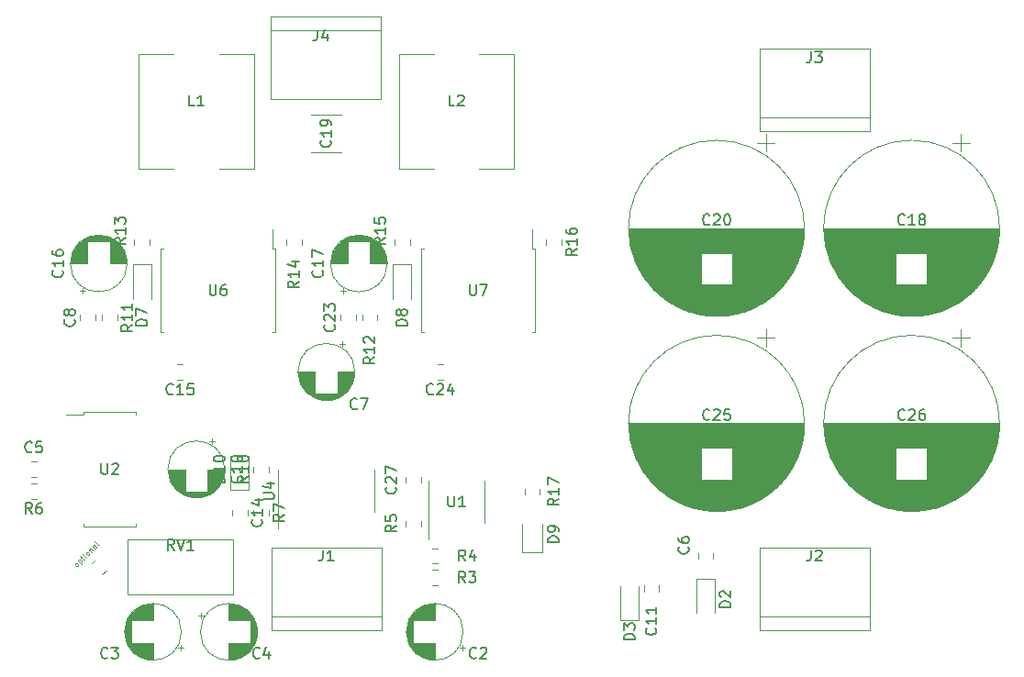
<source format=gbr>
G04 #@! TF.GenerationSoftware,KiCad,Pcbnew,(5.0.1)-3*
G04 #@! TF.CreationDate,2019-12-30T10:06:07+01:00*
G04 #@! TF.ProjectId,TL494 Class D Amp,544C34393420436C617373204420416D,rev?*
G04 #@! TF.SameCoordinates,PX4c4b400PY8f0d180*
G04 #@! TF.FileFunction,Legend,Top*
G04 #@! TF.FilePolarity,Positive*
%FSLAX46Y46*%
G04 Gerber Fmt 4.6, Leading zero omitted, Abs format (unit mm)*
G04 Created by KiCad (PCBNEW (5.0.1)-3) date 30/12/2019 10:06:07*
%MOMM*%
%LPD*%
G01*
G04 APERTURE LIST*
%ADD10C,0.120000*%
%ADD11C,0.150000*%
%ADD12C,0.100000*%
G04 APERTURE END LIST*
D10*
G04 #@! TO.C,C5*
X3258578Y17290000D02*
X2741422Y17290000D01*
X3258578Y18710000D02*
X2741422Y18710000D01*
G04 #@! TO.C,C6*
X65710000Y9741422D02*
X65710000Y10258578D01*
X64290000Y9741422D02*
X64290000Y10258578D01*
G04 #@! TO.C,C8*
X8710000Y31741422D02*
X8710000Y32258578D01*
X7290000Y31741422D02*
X7290000Y32258578D01*
G04 #@! TO.C,C14*
X22710000Y14258578D02*
X22710000Y13741422D01*
X21290000Y14258578D02*
X21290000Y13741422D01*
G04 #@! TO.C,D2*
X65850000Y7900000D02*
X64150000Y7900000D01*
X64150000Y7900000D02*
X64150000Y4750000D01*
X65850000Y7900000D02*
X65850000Y4750000D01*
G04 #@! TO.C,D3*
X57150000Y4100000D02*
X58850000Y4100000D01*
X58850000Y4100000D02*
X58850000Y7250000D01*
X57150000Y4100000D02*
X57150000Y7250000D01*
G04 #@! TO.C,D7*
X13850000Y36900000D02*
X13850000Y33750000D01*
X12150000Y36900000D02*
X12150000Y33750000D01*
X13850000Y36900000D02*
X12150000Y36900000D01*
G04 #@! TO.C,J1*
X24960000Y3190000D02*
X35120000Y3190000D01*
X24960000Y10810000D02*
X24960000Y3190000D01*
X35120000Y10810000D02*
X24960000Y10810000D01*
X35120000Y3190000D02*
X35120000Y10810000D01*
X35120000Y4460000D02*
X24960000Y4460000D01*
G04 #@! TO.C,J2*
X69960000Y3190000D02*
X80120000Y3190000D01*
X69960000Y10810000D02*
X69960000Y3190000D01*
X80120000Y10810000D02*
X69960000Y10810000D01*
X80120000Y3190000D02*
X80120000Y10810000D01*
X80120000Y4460000D02*
X69960000Y4460000D01*
G04 #@! TO.C,J3*
X80120000Y50460000D02*
X69960000Y50460000D01*
X80120000Y49190000D02*
X80120000Y56810000D01*
X80120000Y56810000D02*
X69960000Y56810000D01*
X69960000Y56810000D02*
X69960000Y49190000D01*
X69960000Y49190000D02*
X80120000Y49190000D01*
G04 #@! TO.C,J4*
X24880000Y58540000D02*
X35040000Y58540000D01*
X24880000Y59810000D02*
X24880000Y52190000D01*
X24880000Y52190000D02*
X35040000Y52190000D01*
X35040000Y52190000D02*
X35040000Y59810000D01*
X35040000Y59810000D02*
X24880000Y59810000D01*
G04 #@! TO.C,R3*
X39741422Y7290000D02*
X40258578Y7290000D01*
X39741422Y8710000D02*
X40258578Y8710000D01*
G04 #@! TO.C,R4*
X39741422Y9290000D02*
X40258578Y9290000D01*
X39741422Y10710000D02*
X40258578Y10710000D01*
G04 #@! TO.C,R5*
X38710000Y13258578D02*
X38710000Y12741422D01*
X37290000Y13258578D02*
X37290000Y12741422D01*
G04 #@! TO.C,R6*
X3258578Y15290000D02*
X2741422Y15290000D01*
X3258578Y16710000D02*
X2741422Y16710000D01*
G04 #@! TO.C,R7*
X23290000Y14258578D02*
X23290000Y13741422D01*
X24710000Y14258578D02*
X24710000Y13741422D01*
G04 #@! TO.C,R10*
X23290000Y17741422D02*
X23290000Y18258578D01*
X24710000Y17741422D02*
X24710000Y18258578D01*
G04 #@! TO.C,R11*
X9290000Y32258578D02*
X9290000Y31741422D01*
X10710000Y32258578D02*
X10710000Y31741422D01*
G04 #@! TO.C,R12*
X34710000Y32258578D02*
X34710000Y31741422D01*
X33290000Y32258578D02*
X33290000Y31741422D01*
G04 #@! TO.C,R13*
X13710000Y39258578D02*
X13710000Y38741422D01*
X12290000Y39258578D02*
X12290000Y38741422D01*
G04 #@! TO.C,R14*
X26290000Y39258578D02*
X26290000Y38741422D01*
X27710000Y39258578D02*
X27710000Y38741422D01*
G04 #@! TO.C,R15*
X36290000Y39258578D02*
X36290000Y38741422D01*
X37710000Y39258578D02*
X37710000Y38741422D01*
G04 #@! TO.C,RV1*
X21425000Y6470000D02*
X11655000Y6470000D01*
X21425000Y11540000D02*
X11655000Y11540000D01*
X21425000Y6470000D02*
X21425000Y11540000D01*
X11655000Y6470000D02*
X11655000Y11540000D01*
G04 #@! TO.C,C3*
X16620000Y3000000D02*
G75*
G03X16620000Y3000000I-2620000J0D01*
G01*
X14000000Y4040000D02*
X14000000Y5580000D01*
X14000000Y420000D02*
X14000000Y1960000D01*
X13960000Y4040000D02*
X13960000Y5580000D01*
X13960000Y420000D02*
X13960000Y1960000D01*
X13920000Y421000D02*
X13920000Y1960000D01*
X13920000Y4040000D02*
X13920000Y5579000D01*
X13880000Y422000D02*
X13880000Y1960000D01*
X13880000Y4040000D02*
X13880000Y5578000D01*
X13840000Y424000D02*
X13840000Y1960000D01*
X13840000Y4040000D02*
X13840000Y5576000D01*
X13800000Y427000D02*
X13800000Y1960000D01*
X13800000Y4040000D02*
X13800000Y5573000D01*
X13760000Y431000D02*
X13760000Y1960000D01*
X13760000Y4040000D02*
X13760000Y5569000D01*
X13720000Y435000D02*
X13720000Y1960000D01*
X13720000Y4040000D02*
X13720000Y5565000D01*
X13680000Y439000D02*
X13680000Y1960000D01*
X13680000Y4040000D02*
X13680000Y5561000D01*
X13640000Y444000D02*
X13640000Y1960000D01*
X13640000Y4040000D02*
X13640000Y5556000D01*
X13600000Y450000D02*
X13600000Y1960000D01*
X13600000Y4040000D02*
X13600000Y5550000D01*
X13560000Y457000D02*
X13560000Y1960000D01*
X13560000Y4040000D02*
X13560000Y5543000D01*
X13520000Y464000D02*
X13520000Y1960000D01*
X13520000Y4040000D02*
X13520000Y5536000D01*
X13480000Y472000D02*
X13480000Y1960000D01*
X13480000Y4040000D02*
X13480000Y5528000D01*
X13440000Y480000D02*
X13440000Y1960000D01*
X13440000Y4040000D02*
X13440000Y5520000D01*
X13400000Y489000D02*
X13400000Y1960000D01*
X13400000Y4040000D02*
X13400000Y5511000D01*
X13360000Y499000D02*
X13360000Y1960000D01*
X13360000Y4040000D02*
X13360000Y5501000D01*
X13320000Y509000D02*
X13320000Y1960000D01*
X13320000Y4040000D02*
X13320000Y5491000D01*
X13279000Y520000D02*
X13279000Y1960000D01*
X13279000Y4040000D02*
X13279000Y5480000D01*
X13239000Y532000D02*
X13239000Y1960000D01*
X13239000Y4040000D02*
X13239000Y5468000D01*
X13199000Y545000D02*
X13199000Y1960000D01*
X13199000Y4040000D02*
X13199000Y5455000D01*
X13159000Y558000D02*
X13159000Y1960000D01*
X13159000Y4040000D02*
X13159000Y5442000D01*
X13119000Y572000D02*
X13119000Y1960000D01*
X13119000Y4040000D02*
X13119000Y5428000D01*
X13079000Y586000D02*
X13079000Y1960000D01*
X13079000Y4040000D02*
X13079000Y5414000D01*
X13039000Y602000D02*
X13039000Y1960000D01*
X13039000Y4040000D02*
X13039000Y5398000D01*
X12999000Y618000D02*
X12999000Y1960000D01*
X12999000Y4040000D02*
X12999000Y5382000D01*
X12959000Y635000D02*
X12959000Y1960000D01*
X12959000Y4040000D02*
X12959000Y5365000D01*
X12919000Y652000D02*
X12919000Y1960000D01*
X12919000Y4040000D02*
X12919000Y5348000D01*
X12879000Y671000D02*
X12879000Y1960000D01*
X12879000Y4040000D02*
X12879000Y5329000D01*
X12839000Y690000D02*
X12839000Y1960000D01*
X12839000Y4040000D02*
X12839000Y5310000D01*
X12799000Y710000D02*
X12799000Y1960000D01*
X12799000Y4040000D02*
X12799000Y5290000D01*
X12759000Y732000D02*
X12759000Y1960000D01*
X12759000Y4040000D02*
X12759000Y5268000D01*
X12719000Y753000D02*
X12719000Y1960000D01*
X12719000Y4040000D02*
X12719000Y5247000D01*
X12679000Y776000D02*
X12679000Y1960000D01*
X12679000Y4040000D02*
X12679000Y5224000D01*
X12639000Y800000D02*
X12639000Y1960000D01*
X12639000Y4040000D02*
X12639000Y5200000D01*
X12599000Y825000D02*
X12599000Y1960000D01*
X12599000Y4040000D02*
X12599000Y5175000D01*
X12559000Y851000D02*
X12559000Y1960000D01*
X12559000Y4040000D02*
X12559000Y5149000D01*
X12519000Y878000D02*
X12519000Y1960000D01*
X12519000Y4040000D02*
X12519000Y5122000D01*
X12479000Y905000D02*
X12479000Y1960000D01*
X12479000Y4040000D02*
X12479000Y5095000D01*
X12439000Y935000D02*
X12439000Y1960000D01*
X12439000Y4040000D02*
X12439000Y5065000D01*
X12399000Y965000D02*
X12399000Y1960000D01*
X12399000Y4040000D02*
X12399000Y5035000D01*
X12359000Y996000D02*
X12359000Y1960000D01*
X12359000Y4040000D02*
X12359000Y5004000D01*
X12319000Y1029000D02*
X12319000Y1960000D01*
X12319000Y4040000D02*
X12319000Y4971000D01*
X12279000Y1063000D02*
X12279000Y1960000D01*
X12279000Y4040000D02*
X12279000Y4937000D01*
X12239000Y1099000D02*
X12239000Y1960000D01*
X12239000Y4040000D02*
X12239000Y4901000D01*
X12199000Y1136000D02*
X12199000Y1960000D01*
X12199000Y4040000D02*
X12199000Y4864000D01*
X12159000Y1174000D02*
X12159000Y1960000D01*
X12159000Y4040000D02*
X12159000Y4826000D01*
X12119000Y1215000D02*
X12119000Y1960000D01*
X12119000Y4040000D02*
X12119000Y4785000D01*
X12079000Y1257000D02*
X12079000Y1960000D01*
X12079000Y4040000D02*
X12079000Y4743000D01*
X12039000Y1301000D02*
X12039000Y1960000D01*
X12039000Y4040000D02*
X12039000Y4699000D01*
X11999000Y1347000D02*
X11999000Y1960000D01*
X11999000Y4040000D02*
X11999000Y4653000D01*
X11959000Y1395000D02*
X11959000Y4605000D01*
X11919000Y1446000D02*
X11919000Y4554000D01*
X11879000Y1500000D02*
X11879000Y4500000D01*
X11839000Y1557000D02*
X11839000Y4443000D01*
X11799000Y1617000D02*
X11799000Y4383000D01*
X11759000Y1681000D02*
X11759000Y4319000D01*
X11719000Y1749000D02*
X11719000Y4251000D01*
X11679000Y1822000D02*
X11679000Y4178000D01*
X11639000Y1902000D02*
X11639000Y4098000D01*
X11599000Y1989000D02*
X11599000Y4011000D01*
X11559000Y2085000D02*
X11559000Y3915000D01*
X11519000Y2195000D02*
X11519000Y3805000D01*
X11479000Y2323000D02*
X11479000Y3677000D01*
X11439000Y2482000D02*
X11439000Y3518000D01*
X11399000Y2716000D02*
X11399000Y3284000D01*
X16804775Y1525000D02*
X16304775Y1525000D01*
X16554775Y1275000D02*
X16554775Y1775000D01*
G04 #@! TO.C,C16*
X7275000Y34445225D02*
X7775000Y34445225D01*
X7525000Y34195225D02*
X7525000Y34695225D01*
X8716000Y39601000D02*
X9284000Y39601000D01*
X8482000Y39561000D02*
X9518000Y39561000D01*
X8323000Y39521000D02*
X9677000Y39521000D01*
X8195000Y39481000D02*
X9805000Y39481000D01*
X8085000Y39441000D02*
X9915000Y39441000D01*
X7989000Y39401000D02*
X10011000Y39401000D01*
X7902000Y39361000D02*
X10098000Y39361000D01*
X7822000Y39321000D02*
X10178000Y39321000D01*
X7749000Y39281000D02*
X10251000Y39281000D01*
X7681000Y39241000D02*
X10319000Y39241000D01*
X7617000Y39201000D02*
X10383000Y39201000D01*
X7557000Y39161000D02*
X10443000Y39161000D01*
X7500000Y39121000D02*
X10500000Y39121000D01*
X7446000Y39081000D02*
X10554000Y39081000D01*
X7395000Y39041000D02*
X10605000Y39041000D01*
X10040000Y39001000D02*
X10653000Y39001000D01*
X7347000Y39001000D02*
X7960000Y39001000D01*
X10040000Y38961000D02*
X10699000Y38961000D01*
X7301000Y38961000D02*
X7960000Y38961000D01*
X10040000Y38921000D02*
X10743000Y38921000D01*
X7257000Y38921000D02*
X7960000Y38921000D01*
X10040000Y38881000D02*
X10785000Y38881000D01*
X7215000Y38881000D02*
X7960000Y38881000D01*
X10040000Y38841000D02*
X10826000Y38841000D01*
X7174000Y38841000D02*
X7960000Y38841000D01*
X10040000Y38801000D02*
X10864000Y38801000D01*
X7136000Y38801000D02*
X7960000Y38801000D01*
X10040000Y38761000D02*
X10901000Y38761000D01*
X7099000Y38761000D02*
X7960000Y38761000D01*
X10040000Y38721000D02*
X10937000Y38721000D01*
X7063000Y38721000D02*
X7960000Y38721000D01*
X10040000Y38681000D02*
X10971000Y38681000D01*
X7029000Y38681000D02*
X7960000Y38681000D01*
X10040000Y38641000D02*
X11004000Y38641000D01*
X6996000Y38641000D02*
X7960000Y38641000D01*
X10040000Y38601000D02*
X11035000Y38601000D01*
X6965000Y38601000D02*
X7960000Y38601000D01*
X10040000Y38561000D02*
X11065000Y38561000D01*
X6935000Y38561000D02*
X7960000Y38561000D01*
X10040000Y38521000D02*
X11095000Y38521000D01*
X6905000Y38521000D02*
X7960000Y38521000D01*
X10040000Y38481000D02*
X11122000Y38481000D01*
X6878000Y38481000D02*
X7960000Y38481000D01*
X10040000Y38441000D02*
X11149000Y38441000D01*
X6851000Y38441000D02*
X7960000Y38441000D01*
X10040000Y38401000D02*
X11175000Y38401000D01*
X6825000Y38401000D02*
X7960000Y38401000D01*
X10040000Y38361000D02*
X11200000Y38361000D01*
X6800000Y38361000D02*
X7960000Y38361000D01*
X10040000Y38321000D02*
X11224000Y38321000D01*
X6776000Y38321000D02*
X7960000Y38321000D01*
X10040000Y38281000D02*
X11247000Y38281000D01*
X6753000Y38281000D02*
X7960000Y38281000D01*
X10040000Y38241000D02*
X11268000Y38241000D01*
X6732000Y38241000D02*
X7960000Y38241000D01*
X10040000Y38201000D02*
X11290000Y38201000D01*
X6710000Y38201000D02*
X7960000Y38201000D01*
X10040000Y38161000D02*
X11310000Y38161000D01*
X6690000Y38161000D02*
X7960000Y38161000D01*
X10040000Y38121000D02*
X11329000Y38121000D01*
X6671000Y38121000D02*
X7960000Y38121000D01*
X10040000Y38081000D02*
X11348000Y38081000D01*
X6652000Y38081000D02*
X7960000Y38081000D01*
X10040000Y38041000D02*
X11365000Y38041000D01*
X6635000Y38041000D02*
X7960000Y38041000D01*
X10040000Y38001000D02*
X11382000Y38001000D01*
X6618000Y38001000D02*
X7960000Y38001000D01*
X10040000Y37961000D02*
X11398000Y37961000D01*
X6602000Y37961000D02*
X7960000Y37961000D01*
X10040000Y37921000D02*
X11414000Y37921000D01*
X6586000Y37921000D02*
X7960000Y37921000D01*
X10040000Y37881000D02*
X11428000Y37881000D01*
X6572000Y37881000D02*
X7960000Y37881000D01*
X10040000Y37841000D02*
X11442000Y37841000D01*
X6558000Y37841000D02*
X7960000Y37841000D01*
X10040000Y37801000D02*
X11455000Y37801000D01*
X6545000Y37801000D02*
X7960000Y37801000D01*
X10040000Y37761000D02*
X11468000Y37761000D01*
X6532000Y37761000D02*
X7960000Y37761000D01*
X10040000Y37721000D02*
X11480000Y37721000D01*
X6520000Y37721000D02*
X7960000Y37721000D01*
X10040000Y37680000D02*
X11491000Y37680000D01*
X6509000Y37680000D02*
X7960000Y37680000D01*
X10040000Y37640000D02*
X11501000Y37640000D01*
X6499000Y37640000D02*
X7960000Y37640000D01*
X10040000Y37600000D02*
X11511000Y37600000D01*
X6489000Y37600000D02*
X7960000Y37600000D01*
X10040000Y37560000D02*
X11520000Y37560000D01*
X6480000Y37560000D02*
X7960000Y37560000D01*
X10040000Y37520000D02*
X11528000Y37520000D01*
X6472000Y37520000D02*
X7960000Y37520000D01*
X10040000Y37480000D02*
X11536000Y37480000D01*
X6464000Y37480000D02*
X7960000Y37480000D01*
X10040000Y37440000D02*
X11543000Y37440000D01*
X6457000Y37440000D02*
X7960000Y37440000D01*
X10040000Y37400000D02*
X11550000Y37400000D01*
X6450000Y37400000D02*
X7960000Y37400000D01*
X10040000Y37360000D02*
X11556000Y37360000D01*
X6444000Y37360000D02*
X7960000Y37360000D01*
X10040000Y37320000D02*
X11561000Y37320000D01*
X6439000Y37320000D02*
X7960000Y37320000D01*
X10040000Y37280000D02*
X11565000Y37280000D01*
X6435000Y37280000D02*
X7960000Y37280000D01*
X10040000Y37240000D02*
X11569000Y37240000D01*
X6431000Y37240000D02*
X7960000Y37240000D01*
X10040000Y37200000D02*
X11573000Y37200000D01*
X6427000Y37200000D02*
X7960000Y37200000D01*
X10040000Y37160000D02*
X11576000Y37160000D01*
X6424000Y37160000D02*
X7960000Y37160000D01*
X10040000Y37120000D02*
X11578000Y37120000D01*
X6422000Y37120000D02*
X7960000Y37120000D01*
X10040000Y37080000D02*
X11579000Y37080000D01*
X6421000Y37080000D02*
X7960000Y37080000D01*
X6420000Y37040000D02*
X7960000Y37040000D01*
X10040000Y37040000D02*
X11580000Y37040000D01*
X6420000Y37000000D02*
X7960000Y37000000D01*
X10040000Y37000000D02*
X11580000Y37000000D01*
X11620000Y37000000D02*
G75*
G03X11620000Y37000000I-2620000J0D01*
G01*
G04 #@! TO.C,D8*
X37850000Y36900000D02*
X36150000Y36900000D01*
X36150000Y36900000D02*
X36150000Y33750000D01*
X37850000Y36900000D02*
X37850000Y33750000D01*
G04 #@! TO.C,R16*
X51710000Y39258578D02*
X51710000Y38741422D01*
X50290000Y39258578D02*
X50290000Y38741422D01*
G04 #@! TO.C,C2*
X42554775Y1275000D02*
X42554775Y1775000D01*
X42804775Y1525000D02*
X42304775Y1525000D01*
X37399000Y2716000D02*
X37399000Y3284000D01*
X37439000Y2482000D02*
X37439000Y3518000D01*
X37479000Y2323000D02*
X37479000Y3677000D01*
X37519000Y2195000D02*
X37519000Y3805000D01*
X37559000Y2085000D02*
X37559000Y3915000D01*
X37599000Y1989000D02*
X37599000Y4011000D01*
X37639000Y1902000D02*
X37639000Y4098000D01*
X37679000Y1822000D02*
X37679000Y4178000D01*
X37719000Y1749000D02*
X37719000Y4251000D01*
X37759000Y1681000D02*
X37759000Y4319000D01*
X37799000Y1617000D02*
X37799000Y4383000D01*
X37839000Y1557000D02*
X37839000Y4443000D01*
X37879000Y1500000D02*
X37879000Y4500000D01*
X37919000Y1446000D02*
X37919000Y4554000D01*
X37959000Y1395000D02*
X37959000Y4605000D01*
X37999000Y4040000D02*
X37999000Y4653000D01*
X37999000Y1347000D02*
X37999000Y1960000D01*
X38039000Y4040000D02*
X38039000Y4699000D01*
X38039000Y1301000D02*
X38039000Y1960000D01*
X38079000Y4040000D02*
X38079000Y4743000D01*
X38079000Y1257000D02*
X38079000Y1960000D01*
X38119000Y4040000D02*
X38119000Y4785000D01*
X38119000Y1215000D02*
X38119000Y1960000D01*
X38159000Y4040000D02*
X38159000Y4826000D01*
X38159000Y1174000D02*
X38159000Y1960000D01*
X38199000Y4040000D02*
X38199000Y4864000D01*
X38199000Y1136000D02*
X38199000Y1960000D01*
X38239000Y4040000D02*
X38239000Y4901000D01*
X38239000Y1099000D02*
X38239000Y1960000D01*
X38279000Y4040000D02*
X38279000Y4937000D01*
X38279000Y1063000D02*
X38279000Y1960000D01*
X38319000Y4040000D02*
X38319000Y4971000D01*
X38319000Y1029000D02*
X38319000Y1960000D01*
X38359000Y4040000D02*
X38359000Y5004000D01*
X38359000Y996000D02*
X38359000Y1960000D01*
X38399000Y4040000D02*
X38399000Y5035000D01*
X38399000Y965000D02*
X38399000Y1960000D01*
X38439000Y4040000D02*
X38439000Y5065000D01*
X38439000Y935000D02*
X38439000Y1960000D01*
X38479000Y4040000D02*
X38479000Y5095000D01*
X38479000Y905000D02*
X38479000Y1960000D01*
X38519000Y4040000D02*
X38519000Y5122000D01*
X38519000Y878000D02*
X38519000Y1960000D01*
X38559000Y4040000D02*
X38559000Y5149000D01*
X38559000Y851000D02*
X38559000Y1960000D01*
X38599000Y4040000D02*
X38599000Y5175000D01*
X38599000Y825000D02*
X38599000Y1960000D01*
X38639000Y4040000D02*
X38639000Y5200000D01*
X38639000Y800000D02*
X38639000Y1960000D01*
X38679000Y4040000D02*
X38679000Y5224000D01*
X38679000Y776000D02*
X38679000Y1960000D01*
X38719000Y4040000D02*
X38719000Y5247000D01*
X38719000Y753000D02*
X38719000Y1960000D01*
X38759000Y4040000D02*
X38759000Y5268000D01*
X38759000Y732000D02*
X38759000Y1960000D01*
X38799000Y4040000D02*
X38799000Y5290000D01*
X38799000Y710000D02*
X38799000Y1960000D01*
X38839000Y4040000D02*
X38839000Y5310000D01*
X38839000Y690000D02*
X38839000Y1960000D01*
X38879000Y4040000D02*
X38879000Y5329000D01*
X38879000Y671000D02*
X38879000Y1960000D01*
X38919000Y4040000D02*
X38919000Y5348000D01*
X38919000Y652000D02*
X38919000Y1960000D01*
X38959000Y4040000D02*
X38959000Y5365000D01*
X38959000Y635000D02*
X38959000Y1960000D01*
X38999000Y4040000D02*
X38999000Y5382000D01*
X38999000Y618000D02*
X38999000Y1960000D01*
X39039000Y4040000D02*
X39039000Y5398000D01*
X39039000Y602000D02*
X39039000Y1960000D01*
X39079000Y4040000D02*
X39079000Y5414000D01*
X39079000Y586000D02*
X39079000Y1960000D01*
X39119000Y4040000D02*
X39119000Y5428000D01*
X39119000Y572000D02*
X39119000Y1960000D01*
X39159000Y4040000D02*
X39159000Y5442000D01*
X39159000Y558000D02*
X39159000Y1960000D01*
X39199000Y4040000D02*
X39199000Y5455000D01*
X39199000Y545000D02*
X39199000Y1960000D01*
X39239000Y4040000D02*
X39239000Y5468000D01*
X39239000Y532000D02*
X39239000Y1960000D01*
X39279000Y4040000D02*
X39279000Y5480000D01*
X39279000Y520000D02*
X39279000Y1960000D01*
X39320000Y4040000D02*
X39320000Y5491000D01*
X39320000Y509000D02*
X39320000Y1960000D01*
X39360000Y4040000D02*
X39360000Y5501000D01*
X39360000Y499000D02*
X39360000Y1960000D01*
X39400000Y4040000D02*
X39400000Y5511000D01*
X39400000Y489000D02*
X39400000Y1960000D01*
X39440000Y4040000D02*
X39440000Y5520000D01*
X39440000Y480000D02*
X39440000Y1960000D01*
X39480000Y4040000D02*
X39480000Y5528000D01*
X39480000Y472000D02*
X39480000Y1960000D01*
X39520000Y4040000D02*
X39520000Y5536000D01*
X39520000Y464000D02*
X39520000Y1960000D01*
X39560000Y4040000D02*
X39560000Y5543000D01*
X39560000Y457000D02*
X39560000Y1960000D01*
X39600000Y4040000D02*
X39600000Y5550000D01*
X39600000Y450000D02*
X39600000Y1960000D01*
X39640000Y4040000D02*
X39640000Y5556000D01*
X39640000Y444000D02*
X39640000Y1960000D01*
X39680000Y4040000D02*
X39680000Y5561000D01*
X39680000Y439000D02*
X39680000Y1960000D01*
X39720000Y4040000D02*
X39720000Y5565000D01*
X39720000Y435000D02*
X39720000Y1960000D01*
X39760000Y4040000D02*
X39760000Y5569000D01*
X39760000Y431000D02*
X39760000Y1960000D01*
X39800000Y4040000D02*
X39800000Y5573000D01*
X39800000Y427000D02*
X39800000Y1960000D01*
X39840000Y4040000D02*
X39840000Y5576000D01*
X39840000Y424000D02*
X39840000Y1960000D01*
X39880000Y4040000D02*
X39880000Y5578000D01*
X39880000Y422000D02*
X39880000Y1960000D01*
X39920000Y4040000D02*
X39920000Y5579000D01*
X39920000Y421000D02*
X39920000Y1960000D01*
X39960000Y420000D02*
X39960000Y1960000D01*
X39960000Y4040000D02*
X39960000Y5580000D01*
X40000000Y420000D02*
X40000000Y1960000D01*
X40000000Y4040000D02*
X40000000Y5580000D01*
X42620000Y3000000D02*
G75*
G03X42620000Y3000000I-2620000J0D01*
G01*
G04 #@! TO.C,C4*
X23620000Y3000000D02*
G75*
G03X23620000Y3000000I-2620000J0D01*
G01*
X21000000Y1960000D02*
X21000000Y420000D01*
X21000000Y5580000D02*
X21000000Y4040000D01*
X21040000Y1960000D02*
X21040000Y420000D01*
X21040000Y5580000D02*
X21040000Y4040000D01*
X21080000Y5579000D02*
X21080000Y4040000D01*
X21080000Y1960000D02*
X21080000Y421000D01*
X21120000Y5578000D02*
X21120000Y4040000D01*
X21120000Y1960000D02*
X21120000Y422000D01*
X21160000Y5576000D02*
X21160000Y4040000D01*
X21160000Y1960000D02*
X21160000Y424000D01*
X21200000Y5573000D02*
X21200000Y4040000D01*
X21200000Y1960000D02*
X21200000Y427000D01*
X21240000Y5569000D02*
X21240000Y4040000D01*
X21240000Y1960000D02*
X21240000Y431000D01*
X21280000Y5565000D02*
X21280000Y4040000D01*
X21280000Y1960000D02*
X21280000Y435000D01*
X21320000Y5561000D02*
X21320000Y4040000D01*
X21320000Y1960000D02*
X21320000Y439000D01*
X21360000Y5556000D02*
X21360000Y4040000D01*
X21360000Y1960000D02*
X21360000Y444000D01*
X21400000Y5550000D02*
X21400000Y4040000D01*
X21400000Y1960000D02*
X21400000Y450000D01*
X21440000Y5543000D02*
X21440000Y4040000D01*
X21440000Y1960000D02*
X21440000Y457000D01*
X21480000Y5536000D02*
X21480000Y4040000D01*
X21480000Y1960000D02*
X21480000Y464000D01*
X21520000Y5528000D02*
X21520000Y4040000D01*
X21520000Y1960000D02*
X21520000Y472000D01*
X21560000Y5520000D02*
X21560000Y4040000D01*
X21560000Y1960000D02*
X21560000Y480000D01*
X21600000Y5511000D02*
X21600000Y4040000D01*
X21600000Y1960000D02*
X21600000Y489000D01*
X21640000Y5501000D02*
X21640000Y4040000D01*
X21640000Y1960000D02*
X21640000Y499000D01*
X21680000Y5491000D02*
X21680000Y4040000D01*
X21680000Y1960000D02*
X21680000Y509000D01*
X21721000Y5480000D02*
X21721000Y4040000D01*
X21721000Y1960000D02*
X21721000Y520000D01*
X21761000Y5468000D02*
X21761000Y4040000D01*
X21761000Y1960000D02*
X21761000Y532000D01*
X21801000Y5455000D02*
X21801000Y4040000D01*
X21801000Y1960000D02*
X21801000Y545000D01*
X21841000Y5442000D02*
X21841000Y4040000D01*
X21841000Y1960000D02*
X21841000Y558000D01*
X21881000Y5428000D02*
X21881000Y4040000D01*
X21881000Y1960000D02*
X21881000Y572000D01*
X21921000Y5414000D02*
X21921000Y4040000D01*
X21921000Y1960000D02*
X21921000Y586000D01*
X21961000Y5398000D02*
X21961000Y4040000D01*
X21961000Y1960000D02*
X21961000Y602000D01*
X22001000Y5382000D02*
X22001000Y4040000D01*
X22001000Y1960000D02*
X22001000Y618000D01*
X22041000Y5365000D02*
X22041000Y4040000D01*
X22041000Y1960000D02*
X22041000Y635000D01*
X22081000Y5348000D02*
X22081000Y4040000D01*
X22081000Y1960000D02*
X22081000Y652000D01*
X22121000Y5329000D02*
X22121000Y4040000D01*
X22121000Y1960000D02*
X22121000Y671000D01*
X22161000Y5310000D02*
X22161000Y4040000D01*
X22161000Y1960000D02*
X22161000Y690000D01*
X22201000Y5290000D02*
X22201000Y4040000D01*
X22201000Y1960000D02*
X22201000Y710000D01*
X22241000Y5268000D02*
X22241000Y4040000D01*
X22241000Y1960000D02*
X22241000Y732000D01*
X22281000Y5247000D02*
X22281000Y4040000D01*
X22281000Y1960000D02*
X22281000Y753000D01*
X22321000Y5224000D02*
X22321000Y4040000D01*
X22321000Y1960000D02*
X22321000Y776000D01*
X22361000Y5200000D02*
X22361000Y4040000D01*
X22361000Y1960000D02*
X22361000Y800000D01*
X22401000Y5175000D02*
X22401000Y4040000D01*
X22401000Y1960000D02*
X22401000Y825000D01*
X22441000Y5149000D02*
X22441000Y4040000D01*
X22441000Y1960000D02*
X22441000Y851000D01*
X22481000Y5122000D02*
X22481000Y4040000D01*
X22481000Y1960000D02*
X22481000Y878000D01*
X22521000Y5095000D02*
X22521000Y4040000D01*
X22521000Y1960000D02*
X22521000Y905000D01*
X22561000Y5065000D02*
X22561000Y4040000D01*
X22561000Y1960000D02*
X22561000Y935000D01*
X22601000Y5035000D02*
X22601000Y4040000D01*
X22601000Y1960000D02*
X22601000Y965000D01*
X22641000Y5004000D02*
X22641000Y4040000D01*
X22641000Y1960000D02*
X22641000Y996000D01*
X22681000Y4971000D02*
X22681000Y4040000D01*
X22681000Y1960000D02*
X22681000Y1029000D01*
X22721000Y4937000D02*
X22721000Y4040000D01*
X22721000Y1960000D02*
X22721000Y1063000D01*
X22761000Y4901000D02*
X22761000Y4040000D01*
X22761000Y1960000D02*
X22761000Y1099000D01*
X22801000Y4864000D02*
X22801000Y4040000D01*
X22801000Y1960000D02*
X22801000Y1136000D01*
X22841000Y4826000D02*
X22841000Y4040000D01*
X22841000Y1960000D02*
X22841000Y1174000D01*
X22881000Y4785000D02*
X22881000Y4040000D01*
X22881000Y1960000D02*
X22881000Y1215000D01*
X22921000Y4743000D02*
X22921000Y4040000D01*
X22921000Y1960000D02*
X22921000Y1257000D01*
X22961000Y4699000D02*
X22961000Y4040000D01*
X22961000Y1960000D02*
X22961000Y1301000D01*
X23001000Y4653000D02*
X23001000Y4040000D01*
X23001000Y1960000D02*
X23001000Y1347000D01*
X23041000Y4605000D02*
X23041000Y1395000D01*
X23081000Y4554000D02*
X23081000Y1446000D01*
X23121000Y4500000D02*
X23121000Y1500000D01*
X23161000Y4443000D02*
X23161000Y1557000D01*
X23201000Y4383000D02*
X23201000Y1617000D01*
X23241000Y4319000D02*
X23241000Y1681000D01*
X23281000Y4251000D02*
X23281000Y1749000D01*
X23321000Y4178000D02*
X23321000Y1822000D01*
X23361000Y4098000D02*
X23361000Y1902000D01*
X23401000Y4011000D02*
X23401000Y1989000D01*
X23441000Y3915000D02*
X23441000Y2085000D01*
X23481000Y3805000D02*
X23481000Y2195000D01*
X23521000Y3677000D02*
X23521000Y2323000D01*
X23561000Y3518000D02*
X23561000Y2482000D01*
X23601000Y3284000D02*
X23601000Y2716000D01*
X18195225Y4475000D02*
X18695225Y4475000D01*
X18445225Y4725000D02*
X18445225Y4225000D01*
G04 #@! TO.C,C7*
X32620000Y27000000D02*
G75*
G03X32620000Y27000000I-2620000J0D01*
G01*
X28960000Y27000000D02*
X27420000Y27000000D01*
X32580000Y27000000D02*
X31040000Y27000000D01*
X28960000Y26960000D02*
X27420000Y26960000D01*
X32580000Y26960000D02*
X31040000Y26960000D01*
X32579000Y26920000D02*
X31040000Y26920000D01*
X28960000Y26920000D02*
X27421000Y26920000D01*
X32578000Y26880000D02*
X31040000Y26880000D01*
X28960000Y26880000D02*
X27422000Y26880000D01*
X32576000Y26840000D02*
X31040000Y26840000D01*
X28960000Y26840000D02*
X27424000Y26840000D01*
X32573000Y26800000D02*
X31040000Y26800000D01*
X28960000Y26800000D02*
X27427000Y26800000D01*
X32569000Y26760000D02*
X31040000Y26760000D01*
X28960000Y26760000D02*
X27431000Y26760000D01*
X32565000Y26720000D02*
X31040000Y26720000D01*
X28960000Y26720000D02*
X27435000Y26720000D01*
X32561000Y26680000D02*
X31040000Y26680000D01*
X28960000Y26680000D02*
X27439000Y26680000D01*
X32556000Y26640000D02*
X31040000Y26640000D01*
X28960000Y26640000D02*
X27444000Y26640000D01*
X32550000Y26600000D02*
X31040000Y26600000D01*
X28960000Y26600000D02*
X27450000Y26600000D01*
X32543000Y26560000D02*
X31040000Y26560000D01*
X28960000Y26560000D02*
X27457000Y26560000D01*
X32536000Y26520000D02*
X31040000Y26520000D01*
X28960000Y26520000D02*
X27464000Y26520000D01*
X32528000Y26480000D02*
X31040000Y26480000D01*
X28960000Y26480000D02*
X27472000Y26480000D01*
X32520000Y26440000D02*
X31040000Y26440000D01*
X28960000Y26440000D02*
X27480000Y26440000D01*
X32511000Y26400000D02*
X31040000Y26400000D01*
X28960000Y26400000D02*
X27489000Y26400000D01*
X32501000Y26360000D02*
X31040000Y26360000D01*
X28960000Y26360000D02*
X27499000Y26360000D01*
X32491000Y26320000D02*
X31040000Y26320000D01*
X28960000Y26320000D02*
X27509000Y26320000D01*
X32480000Y26279000D02*
X31040000Y26279000D01*
X28960000Y26279000D02*
X27520000Y26279000D01*
X32468000Y26239000D02*
X31040000Y26239000D01*
X28960000Y26239000D02*
X27532000Y26239000D01*
X32455000Y26199000D02*
X31040000Y26199000D01*
X28960000Y26199000D02*
X27545000Y26199000D01*
X32442000Y26159000D02*
X31040000Y26159000D01*
X28960000Y26159000D02*
X27558000Y26159000D01*
X32428000Y26119000D02*
X31040000Y26119000D01*
X28960000Y26119000D02*
X27572000Y26119000D01*
X32414000Y26079000D02*
X31040000Y26079000D01*
X28960000Y26079000D02*
X27586000Y26079000D01*
X32398000Y26039000D02*
X31040000Y26039000D01*
X28960000Y26039000D02*
X27602000Y26039000D01*
X32382000Y25999000D02*
X31040000Y25999000D01*
X28960000Y25999000D02*
X27618000Y25999000D01*
X32365000Y25959000D02*
X31040000Y25959000D01*
X28960000Y25959000D02*
X27635000Y25959000D01*
X32348000Y25919000D02*
X31040000Y25919000D01*
X28960000Y25919000D02*
X27652000Y25919000D01*
X32329000Y25879000D02*
X31040000Y25879000D01*
X28960000Y25879000D02*
X27671000Y25879000D01*
X32310000Y25839000D02*
X31040000Y25839000D01*
X28960000Y25839000D02*
X27690000Y25839000D01*
X32290000Y25799000D02*
X31040000Y25799000D01*
X28960000Y25799000D02*
X27710000Y25799000D01*
X32268000Y25759000D02*
X31040000Y25759000D01*
X28960000Y25759000D02*
X27732000Y25759000D01*
X32247000Y25719000D02*
X31040000Y25719000D01*
X28960000Y25719000D02*
X27753000Y25719000D01*
X32224000Y25679000D02*
X31040000Y25679000D01*
X28960000Y25679000D02*
X27776000Y25679000D01*
X32200000Y25639000D02*
X31040000Y25639000D01*
X28960000Y25639000D02*
X27800000Y25639000D01*
X32175000Y25599000D02*
X31040000Y25599000D01*
X28960000Y25599000D02*
X27825000Y25599000D01*
X32149000Y25559000D02*
X31040000Y25559000D01*
X28960000Y25559000D02*
X27851000Y25559000D01*
X32122000Y25519000D02*
X31040000Y25519000D01*
X28960000Y25519000D02*
X27878000Y25519000D01*
X32095000Y25479000D02*
X31040000Y25479000D01*
X28960000Y25479000D02*
X27905000Y25479000D01*
X32065000Y25439000D02*
X31040000Y25439000D01*
X28960000Y25439000D02*
X27935000Y25439000D01*
X32035000Y25399000D02*
X31040000Y25399000D01*
X28960000Y25399000D02*
X27965000Y25399000D01*
X32004000Y25359000D02*
X31040000Y25359000D01*
X28960000Y25359000D02*
X27996000Y25359000D01*
X31971000Y25319000D02*
X31040000Y25319000D01*
X28960000Y25319000D02*
X28029000Y25319000D01*
X31937000Y25279000D02*
X31040000Y25279000D01*
X28960000Y25279000D02*
X28063000Y25279000D01*
X31901000Y25239000D02*
X31040000Y25239000D01*
X28960000Y25239000D02*
X28099000Y25239000D01*
X31864000Y25199000D02*
X31040000Y25199000D01*
X28960000Y25199000D02*
X28136000Y25199000D01*
X31826000Y25159000D02*
X31040000Y25159000D01*
X28960000Y25159000D02*
X28174000Y25159000D01*
X31785000Y25119000D02*
X31040000Y25119000D01*
X28960000Y25119000D02*
X28215000Y25119000D01*
X31743000Y25079000D02*
X31040000Y25079000D01*
X28960000Y25079000D02*
X28257000Y25079000D01*
X31699000Y25039000D02*
X31040000Y25039000D01*
X28960000Y25039000D02*
X28301000Y25039000D01*
X31653000Y24999000D02*
X31040000Y24999000D01*
X28960000Y24999000D02*
X28347000Y24999000D01*
X31605000Y24959000D02*
X28395000Y24959000D01*
X31554000Y24919000D02*
X28446000Y24919000D01*
X31500000Y24879000D02*
X28500000Y24879000D01*
X31443000Y24839000D02*
X28557000Y24839000D01*
X31383000Y24799000D02*
X28617000Y24799000D01*
X31319000Y24759000D02*
X28681000Y24759000D01*
X31251000Y24719000D02*
X28749000Y24719000D01*
X31178000Y24679000D02*
X28822000Y24679000D01*
X31098000Y24639000D02*
X28902000Y24639000D01*
X31011000Y24599000D02*
X28989000Y24599000D01*
X30915000Y24559000D02*
X29085000Y24559000D01*
X30805000Y24519000D02*
X29195000Y24519000D01*
X30677000Y24479000D02*
X29323000Y24479000D01*
X30518000Y24439000D02*
X29482000Y24439000D01*
X30284000Y24399000D02*
X29716000Y24399000D01*
X31475000Y29804775D02*
X31475000Y29304775D01*
X31725000Y29554775D02*
X31225000Y29554775D01*
G04 #@! TO.C,C10*
X19725000Y20554775D02*
X19225000Y20554775D01*
X19475000Y20804775D02*
X19475000Y20304775D01*
X18284000Y15399000D02*
X17716000Y15399000D01*
X18518000Y15439000D02*
X17482000Y15439000D01*
X18677000Y15479000D02*
X17323000Y15479000D01*
X18805000Y15519000D02*
X17195000Y15519000D01*
X18915000Y15559000D02*
X17085000Y15559000D01*
X19011000Y15599000D02*
X16989000Y15599000D01*
X19098000Y15639000D02*
X16902000Y15639000D01*
X19178000Y15679000D02*
X16822000Y15679000D01*
X19251000Y15719000D02*
X16749000Y15719000D01*
X19319000Y15759000D02*
X16681000Y15759000D01*
X19383000Y15799000D02*
X16617000Y15799000D01*
X19443000Y15839000D02*
X16557000Y15839000D01*
X19500000Y15879000D02*
X16500000Y15879000D01*
X19554000Y15919000D02*
X16446000Y15919000D01*
X19605000Y15959000D02*
X16395000Y15959000D01*
X16960000Y15999000D02*
X16347000Y15999000D01*
X19653000Y15999000D02*
X19040000Y15999000D01*
X16960000Y16039000D02*
X16301000Y16039000D01*
X19699000Y16039000D02*
X19040000Y16039000D01*
X16960000Y16079000D02*
X16257000Y16079000D01*
X19743000Y16079000D02*
X19040000Y16079000D01*
X16960000Y16119000D02*
X16215000Y16119000D01*
X19785000Y16119000D02*
X19040000Y16119000D01*
X16960000Y16159000D02*
X16174000Y16159000D01*
X19826000Y16159000D02*
X19040000Y16159000D01*
X16960000Y16199000D02*
X16136000Y16199000D01*
X19864000Y16199000D02*
X19040000Y16199000D01*
X16960000Y16239000D02*
X16099000Y16239000D01*
X19901000Y16239000D02*
X19040000Y16239000D01*
X16960000Y16279000D02*
X16063000Y16279000D01*
X19937000Y16279000D02*
X19040000Y16279000D01*
X16960000Y16319000D02*
X16029000Y16319000D01*
X19971000Y16319000D02*
X19040000Y16319000D01*
X16960000Y16359000D02*
X15996000Y16359000D01*
X20004000Y16359000D02*
X19040000Y16359000D01*
X16960000Y16399000D02*
X15965000Y16399000D01*
X20035000Y16399000D02*
X19040000Y16399000D01*
X16960000Y16439000D02*
X15935000Y16439000D01*
X20065000Y16439000D02*
X19040000Y16439000D01*
X16960000Y16479000D02*
X15905000Y16479000D01*
X20095000Y16479000D02*
X19040000Y16479000D01*
X16960000Y16519000D02*
X15878000Y16519000D01*
X20122000Y16519000D02*
X19040000Y16519000D01*
X16960000Y16559000D02*
X15851000Y16559000D01*
X20149000Y16559000D02*
X19040000Y16559000D01*
X16960000Y16599000D02*
X15825000Y16599000D01*
X20175000Y16599000D02*
X19040000Y16599000D01*
X16960000Y16639000D02*
X15800000Y16639000D01*
X20200000Y16639000D02*
X19040000Y16639000D01*
X16960000Y16679000D02*
X15776000Y16679000D01*
X20224000Y16679000D02*
X19040000Y16679000D01*
X16960000Y16719000D02*
X15753000Y16719000D01*
X20247000Y16719000D02*
X19040000Y16719000D01*
X16960000Y16759000D02*
X15732000Y16759000D01*
X20268000Y16759000D02*
X19040000Y16759000D01*
X16960000Y16799000D02*
X15710000Y16799000D01*
X20290000Y16799000D02*
X19040000Y16799000D01*
X16960000Y16839000D02*
X15690000Y16839000D01*
X20310000Y16839000D02*
X19040000Y16839000D01*
X16960000Y16879000D02*
X15671000Y16879000D01*
X20329000Y16879000D02*
X19040000Y16879000D01*
X16960000Y16919000D02*
X15652000Y16919000D01*
X20348000Y16919000D02*
X19040000Y16919000D01*
X16960000Y16959000D02*
X15635000Y16959000D01*
X20365000Y16959000D02*
X19040000Y16959000D01*
X16960000Y16999000D02*
X15618000Y16999000D01*
X20382000Y16999000D02*
X19040000Y16999000D01*
X16960000Y17039000D02*
X15602000Y17039000D01*
X20398000Y17039000D02*
X19040000Y17039000D01*
X16960000Y17079000D02*
X15586000Y17079000D01*
X20414000Y17079000D02*
X19040000Y17079000D01*
X16960000Y17119000D02*
X15572000Y17119000D01*
X20428000Y17119000D02*
X19040000Y17119000D01*
X16960000Y17159000D02*
X15558000Y17159000D01*
X20442000Y17159000D02*
X19040000Y17159000D01*
X16960000Y17199000D02*
X15545000Y17199000D01*
X20455000Y17199000D02*
X19040000Y17199000D01*
X16960000Y17239000D02*
X15532000Y17239000D01*
X20468000Y17239000D02*
X19040000Y17239000D01*
X16960000Y17279000D02*
X15520000Y17279000D01*
X20480000Y17279000D02*
X19040000Y17279000D01*
X16960000Y17320000D02*
X15509000Y17320000D01*
X20491000Y17320000D02*
X19040000Y17320000D01*
X16960000Y17360000D02*
X15499000Y17360000D01*
X20501000Y17360000D02*
X19040000Y17360000D01*
X16960000Y17400000D02*
X15489000Y17400000D01*
X20511000Y17400000D02*
X19040000Y17400000D01*
X16960000Y17440000D02*
X15480000Y17440000D01*
X20520000Y17440000D02*
X19040000Y17440000D01*
X16960000Y17480000D02*
X15472000Y17480000D01*
X20528000Y17480000D02*
X19040000Y17480000D01*
X16960000Y17520000D02*
X15464000Y17520000D01*
X20536000Y17520000D02*
X19040000Y17520000D01*
X16960000Y17560000D02*
X15457000Y17560000D01*
X20543000Y17560000D02*
X19040000Y17560000D01*
X16960000Y17600000D02*
X15450000Y17600000D01*
X20550000Y17600000D02*
X19040000Y17600000D01*
X16960000Y17640000D02*
X15444000Y17640000D01*
X20556000Y17640000D02*
X19040000Y17640000D01*
X16960000Y17680000D02*
X15439000Y17680000D01*
X20561000Y17680000D02*
X19040000Y17680000D01*
X16960000Y17720000D02*
X15435000Y17720000D01*
X20565000Y17720000D02*
X19040000Y17720000D01*
X16960000Y17760000D02*
X15431000Y17760000D01*
X20569000Y17760000D02*
X19040000Y17760000D01*
X16960000Y17800000D02*
X15427000Y17800000D01*
X20573000Y17800000D02*
X19040000Y17800000D01*
X16960000Y17840000D02*
X15424000Y17840000D01*
X20576000Y17840000D02*
X19040000Y17840000D01*
X16960000Y17880000D02*
X15422000Y17880000D01*
X20578000Y17880000D02*
X19040000Y17880000D01*
X16960000Y17920000D02*
X15421000Y17920000D01*
X20579000Y17920000D02*
X19040000Y17920000D01*
X20580000Y17960000D02*
X19040000Y17960000D01*
X16960000Y17960000D02*
X15420000Y17960000D01*
X20580000Y18000000D02*
X19040000Y18000000D01*
X16960000Y18000000D02*
X15420000Y18000000D01*
X20620000Y18000000D02*
G75*
G03X20620000Y18000000I-2620000J0D01*
G01*
G04 #@! TO.C,C11*
X59290000Y7258578D02*
X59290000Y6741422D01*
X60710000Y7258578D02*
X60710000Y6741422D01*
G04 #@! TO.C,C15*
X16758578Y26290000D02*
X16241422Y26290000D01*
X16758578Y27710000D02*
X16241422Y27710000D01*
G04 #@! TO.C,C17*
X35620000Y37000000D02*
G75*
G03X35620000Y37000000I-2620000J0D01*
G01*
X34040000Y37000000D02*
X35580000Y37000000D01*
X30420000Y37000000D02*
X31960000Y37000000D01*
X34040000Y37040000D02*
X35580000Y37040000D01*
X30420000Y37040000D02*
X31960000Y37040000D01*
X30421000Y37080000D02*
X31960000Y37080000D01*
X34040000Y37080000D02*
X35579000Y37080000D01*
X30422000Y37120000D02*
X31960000Y37120000D01*
X34040000Y37120000D02*
X35578000Y37120000D01*
X30424000Y37160000D02*
X31960000Y37160000D01*
X34040000Y37160000D02*
X35576000Y37160000D01*
X30427000Y37200000D02*
X31960000Y37200000D01*
X34040000Y37200000D02*
X35573000Y37200000D01*
X30431000Y37240000D02*
X31960000Y37240000D01*
X34040000Y37240000D02*
X35569000Y37240000D01*
X30435000Y37280000D02*
X31960000Y37280000D01*
X34040000Y37280000D02*
X35565000Y37280000D01*
X30439000Y37320000D02*
X31960000Y37320000D01*
X34040000Y37320000D02*
X35561000Y37320000D01*
X30444000Y37360000D02*
X31960000Y37360000D01*
X34040000Y37360000D02*
X35556000Y37360000D01*
X30450000Y37400000D02*
X31960000Y37400000D01*
X34040000Y37400000D02*
X35550000Y37400000D01*
X30457000Y37440000D02*
X31960000Y37440000D01*
X34040000Y37440000D02*
X35543000Y37440000D01*
X30464000Y37480000D02*
X31960000Y37480000D01*
X34040000Y37480000D02*
X35536000Y37480000D01*
X30472000Y37520000D02*
X31960000Y37520000D01*
X34040000Y37520000D02*
X35528000Y37520000D01*
X30480000Y37560000D02*
X31960000Y37560000D01*
X34040000Y37560000D02*
X35520000Y37560000D01*
X30489000Y37600000D02*
X31960000Y37600000D01*
X34040000Y37600000D02*
X35511000Y37600000D01*
X30499000Y37640000D02*
X31960000Y37640000D01*
X34040000Y37640000D02*
X35501000Y37640000D01*
X30509000Y37680000D02*
X31960000Y37680000D01*
X34040000Y37680000D02*
X35491000Y37680000D01*
X30520000Y37721000D02*
X31960000Y37721000D01*
X34040000Y37721000D02*
X35480000Y37721000D01*
X30532000Y37761000D02*
X31960000Y37761000D01*
X34040000Y37761000D02*
X35468000Y37761000D01*
X30545000Y37801000D02*
X31960000Y37801000D01*
X34040000Y37801000D02*
X35455000Y37801000D01*
X30558000Y37841000D02*
X31960000Y37841000D01*
X34040000Y37841000D02*
X35442000Y37841000D01*
X30572000Y37881000D02*
X31960000Y37881000D01*
X34040000Y37881000D02*
X35428000Y37881000D01*
X30586000Y37921000D02*
X31960000Y37921000D01*
X34040000Y37921000D02*
X35414000Y37921000D01*
X30602000Y37961000D02*
X31960000Y37961000D01*
X34040000Y37961000D02*
X35398000Y37961000D01*
X30618000Y38001000D02*
X31960000Y38001000D01*
X34040000Y38001000D02*
X35382000Y38001000D01*
X30635000Y38041000D02*
X31960000Y38041000D01*
X34040000Y38041000D02*
X35365000Y38041000D01*
X30652000Y38081000D02*
X31960000Y38081000D01*
X34040000Y38081000D02*
X35348000Y38081000D01*
X30671000Y38121000D02*
X31960000Y38121000D01*
X34040000Y38121000D02*
X35329000Y38121000D01*
X30690000Y38161000D02*
X31960000Y38161000D01*
X34040000Y38161000D02*
X35310000Y38161000D01*
X30710000Y38201000D02*
X31960000Y38201000D01*
X34040000Y38201000D02*
X35290000Y38201000D01*
X30732000Y38241000D02*
X31960000Y38241000D01*
X34040000Y38241000D02*
X35268000Y38241000D01*
X30753000Y38281000D02*
X31960000Y38281000D01*
X34040000Y38281000D02*
X35247000Y38281000D01*
X30776000Y38321000D02*
X31960000Y38321000D01*
X34040000Y38321000D02*
X35224000Y38321000D01*
X30800000Y38361000D02*
X31960000Y38361000D01*
X34040000Y38361000D02*
X35200000Y38361000D01*
X30825000Y38401000D02*
X31960000Y38401000D01*
X34040000Y38401000D02*
X35175000Y38401000D01*
X30851000Y38441000D02*
X31960000Y38441000D01*
X34040000Y38441000D02*
X35149000Y38441000D01*
X30878000Y38481000D02*
X31960000Y38481000D01*
X34040000Y38481000D02*
X35122000Y38481000D01*
X30905000Y38521000D02*
X31960000Y38521000D01*
X34040000Y38521000D02*
X35095000Y38521000D01*
X30935000Y38561000D02*
X31960000Y38561000D01*
X34040000Y38561000D02*
X35065000Y38561000D01*
X30965000Y38601000D02*
X31960000Y38601000D01*
X34040000Y38601000D02*
X35035000Y38601000D01*
X30996000Y38641000D02*
X31960000Y38641000D01*
X34040000Y38641000D02*
X35004000Y38641000D01*
X31029000Y38681000D02*
X31960000Y38681000D01*
X34040000Y38681000D02*
X34971000Y38681000D01*
X31063000Y38721000D02*
X31960000Y38721000D01*
X34040000Y38721000D02*
X34937000Y38721000D01*
X31099000Y38761000D02*
X31960000Y38761000D01*
X34040000Y38761000D02*
X34901000Y38761000D01*
X31136000Y38801000D02*
X31960000Y38801000D01*
X34040000Y38801000D02*
X34864000Y38801000D01*
X31174000Y38841000D02*
X31960000Y38841000D01*
X34040000Y38841000D02*
X34826000Y38841000D01*
X31215000Y38881000D02*
X31960000Y38881000D01*
X34040000Y38881000D02*
X34785000Y38881000D01*
X31257000Y38921000D02*
X31960000Y38921000D01*
X34040000Y38921000D02*
X34743000Y38921000D01*
X31301000Y38961000D02*
X31960000Y38961000D01*
X34040000Y38961000D02*
X34699000Y38961000D01*
X31347000Y39001000D02*
X31960000Y39001000D01*
X34040000Y39001000D02*
X34653000Y39001000D01*
X31395000Y39041000D02*
X34605000Y39041000D01*
X31446000Y39081000D02*
X34554000Y39081000D01*
X31500000Y39121000D02*
X34500000Y39121000D01*
X31557000Y39161000D02*
X34443000Y39161000D01*
X31617000Y39201000D02*
X34383000Y39201000D01*
X31681000Y39241000D02*
X34319000Y39241000D01*
X31749000Y39281000D02*
X34251000Y39281000D01*
X31822000Y39321000D02*
X34178000Y39321000D01*
X31902000Y39361000D02*
X34098000Y39361000D01*
X31989000Y39401000D02*
X34011000Y39401000D01*
X32085000Y39441000D02*
X33915000Y39441000D01*
X32195000Y39481000D02*
X33805000Y39481000D01*
X32323000Y39521000D02*
X33677000Y39521000D01*
X32482000Y39561000D02*
X33518000Y39561000D01*
X32716000Y39601000D02*
X33284000Y39601000D01*
X31525000Y34195225D02*
X31525000Y34695225D01*
X31275000Y34445225D02*
X31775000Y34445225D01*
G04 #@! TO.C,C18*
X89355000Y48139491D02*
X87755000Y48139491D01*
X88555000Y48939491D02*
X88555000Y47339491D01*
X84765000Y32169000D02*
X83235000Y32169000D01*
X85098000Y32209000D02*
X82902000Y32209000D01*
X85351000Y32249000D02*
X82649000Y32249000D01*
X85564000Y32289000D02*
X82436000Y32289000D01*
X85752000Y32329000D02*
X82248000Y32329000D01*
X85920000Y32369000D02*
X82080000Y32369000D01*
X86074000Y32409000D02*
X81926000Y32409000D01*
X86218000Y32449000D02*
X81782000Y32449000D01*
X86351000Y32489000D02*
X81649000Y32489000D01*
X86478000Y32529000D02*
X81522000Y32529000D01*
X86597000Y32569000D02*
X81403000Y32569000D01*
X86711000Y32609000D02*
X81289000Y32609000D01*
X86820000Y32649000D02*
X81180000Y32649000D01*
X86924000Y32689000D02*
X81076000Y32689000D01*
X87024000Y32729000D02*
X80976000Y32729000D01*
X87120000Y32769000D02*
X80880000Y32769000D01*
X87213000Y32809000D02*
X80787000Y32809000D01*
X87303000Y32849000D02*
X80697000Y32849000D01*
X87390000Y32889000D02*
X80610000Y32889000D01*
X87475000Y32929000D02*
X80525000Y32929000D01*
X87557000Y32969000D02*
X80443000Y32969000D01*
X87637000Y33009000D02*
X80363000Y33009000D01*
X87715000Y33049000D02*
X80285000Y33049000D01*
X87790000Y33089000D02*
X80210000Y33089000D01*
X87864000Y33129000D02*
X80136000Y33129000D01*
X87936000Y33169000D02*
X80064000Y33169000D01*
X88007000Y33209000D02*
X79993000Y33209000D01*
X88076000Y33249000D02*
X79924000Y33249000D01*
X88143000Y33289000D02*
X79857000Y33289000D01*
X88209000Y33329000D02*
X79791000Y33329000D01*
X88273000Y33369000D02*
X79727000Y33369000D01*
X88336000Y33409000D02*
X79664000Y33409000D01*
X88398000Y33449000D02*
X79602000Y33449000D01*
X88459000Y33489000D02*
X79541000Y33489000D01*
X88519000Y33529000D02*
X79481000Y33529000D01*
X88577000Y33569000D02*
X79423000Y33569000D01*
X88634000Y33609000D02*
X79366000Y33609000D01*
X88691000Y33649000D02*
X79309000Y33649000D01*
X88746000Y33689000D02*
X79254000Y33689000D01*
X88800000Y33729000D02*
X79200000Y33729000D01*
X88854000Y33769000D02*
X79146000Y33769000D01*
X88906000Y33809000D02*
X79094000Y33809000D01*
X88958000Y33849000D02*
X79042000Y33849000D01*
X89009000Y33889000D02*
X78991000Y33889000D01*
X89059000Y33929000D02*
X78941000Y33929000D01*
X89108000Y33969000D02*
X78892000Y33969000D01*
X89156000Y34009000D02*
X78844000Y34009000D01*
X89204000Y34049000D02*
X78796000Y34049000D01*
X89251000Y34089000D02*
X78749000Y34089000D01*
X89297000Y34129000D02*
X78703000Y34129000D01*
X89343000Y34169000D02*
X78657000Y34169000D01*
X89388000Y34209000D02*
X78612000Y34209000D01*
X89432000Y34249000D02*
X78568000Y34249000D01*
X89475000Y34289000D02*
X78525000Y34289000D01*
X89518000Y34329000D02*
X78482000Y34329000D01*
X89560000Y34369000D02*
X78440000Y34369000D01*
X89602000Y34409000D02*
X78398000Y34409000D01*
X89643000Y34449000D02*
X78357000Y34449000D01*
X89684000Y34489000D02*
X78316000Y34489000D01*
X89724000Y34529000D02*
X78276000Y34529000D01*
X89763000Y34569000D02*
X78237000Y34569000D01*
X89802000Y34609000D02*
X78198000Y34609000D01*
X89840000Y34649000D02*
X78160000Y34649000D01*
X89878000Y34689000D02*
X78122000Y34689000D01*
X89916000Y34729000D02*
X78084000Y34729000D01*
X89952000Y34769000D02*
X78048000Y34769000D01*
X89989000Y34809000D02*
X78011000Y34809000D01*
X90025000Y34849000D02*
X77975000Y34849000D01*
X90060000Y34889000D02*
X77940000Y34889000D01*
X90095000Y34929000D02*
X77905000Y34929000D01*
X90129000Y34969000D02*
X77871000Y34969000D01*
X90163000Y35009000D02*
X77837000Y35009000D01*
X90197000Y35049000D02*
X77803000Y35049000D01*
X82560000Y35089000D02*
X77770000Y35089000D01*
X90230000Y35089000D02*
X85440000Y35089000D01*
X82560000Y35129000D02*
X77737000Y35129000D01*
X90263000Y35129000D02*
X85440000Y35129000D01*
X82560000Y35169000D02*
X77705000Y35169000D01*
X90295000Y35169000D02*
X85440000Y35169000D01*
X82560000Y35209000D02*
X77673000Y35209000D01*
X90327000Y35209000D02*
X85440000Y35209000D01*
X82560000Y35249000D02*
X77642000Y35249000D01*
X90358000Y35249000D02*
X85440000Y35249000D01*
X82560000Y35289000D02*
X77610000Y35289000D01*
X90390000Y35289000D02*
X85440000Y35289000D01*
X82560000Y35329000D02*
X77580000Y35329000D01*
X90420000Y35329000D02*
X85440000Y35329000D01*
X82560000Y35369000D02*
X77550000Y35369000D01*
X90450000Y35369000D02*
X85440000Y35369000D01*
X82560000Y35409000D02*
X77520000Y35409000D01*
X90480000Y35409000D02*
X85440000Y35409000D01*
X82560000Y35449000D02*
X77490000Y35449000D01*
X90510000Y35449000D02*
X85440000Y35449000D01*
X82560000Y35489000D02*
X77461000Y35489000D01*
X90539000Y35489000D02*
X85440000Y35489000D01*
X82560000Y35529000D02*
X77432000Y35529000D01*
X90568000Y35529000D02*
X85440000Y35529000D01*
X82560000Y35569000D02*
X77404000Y35569000D01*
X90596000Y35569000D02*
X85440000Y35569000D01*
X82560000Y35609000D02*
X77376000Y35609000D01*
X90624000Y35609000D02*
X85440000Y35609000D01*
X82560000Y35649000D02*
X77348000Y35649000D01*
X90652000Y35649000D02*
X85440000Y35649000D01*
X82560000Y35689000D02*
X77321000Y35689000D01*
X90679000Y35689000D02*
X85440000Y35689000D01*
X82560000Y35729000D02*
X77294000Y35729000D01*
X90706000Y35729000D02*
X85440000Y35729000D01*
X82560000Y35769000D02*
X77267000Y35769000D01*
X90733000Y35769000D02*
X85440000Y35769000D01*
X82560000Y35809000D02*
X77241000Y35809000D01*
X90759000Y35809000D02*
X85440000Y35809000D01*
X82560000Y35849000D02*
X77215000Y35849000D01*
X90785000Y35849000D02*
X85440000Y35849000D01*
X82560000Y35889000D02*
X77189000Y35889000D01*
X90811000Y35889000D02*
X85440000Y35889000D01*
X82560000Y35929000D02*
X77164000Y35929000D01*
X90836000Y35929000D02*
X85440000Y35929000D01*
X82560000Y35969000D02*
X77139000Y35969000D01*
X90861000Y35969000D02*
X85440000Y35969000D01*
X82560000Y36009000D02*
X77114000Y36009000D01*
X90886000Y36009000D02*
X85440000Y36009000D01*
X82560000Y36049000D02*
X77090000Y36049000D01*
X90910000Y36049000D02*
X85440000Y36049000D01*
X82560000Y36089000D02*
X77066000Y36089000D01*
X90934000Y36089000D02*
X85440000Y36089000D01*
X82560000Y36129000D02*
X77042000Y36129000D01*
X90958000Y36129000D02*
X85440000Y36129000D01*
X82560000Y36169000D02*
X77019000Y36169000D01*
X90981000Y36169000D02*
X85440000Y36169000D01*
X82560000Y36209000D02*
X76996000Y36209000D01*
X91004000Y36209000D02*
X85440000Y36209000D01*
X82560000Y36249000D02*
X76973000Y36249000D01*
X91027000Y36249000D02*
X85440000Y36249000D01*
X82560000Y36289000D02*
X76951000Y36289000D01*
X91049000Y36289000D02*
X85440000Y36289000D01*
X82560000Y36329000D02*
X76928000Y36329000D01*
X91072000Y36329000D02*
X85440000Y36329000D01*
X82560000Y36369000D02*
X76906000Y36369000D01*
X91094000Y36369000D02*
X85440000Y36369000D01*
X82560000Y36409000D02*
X76885000Y36409000D01*
X91115000Y36409000D02*
X85440000Y36409000D01*
X82560000Y36449000D02*
X76864000Y36449000D01*
X91136000Y36449000D02*
X85440000Y36449000D01*
X82560000Y36489000D02*
X76843000Y36489000D01*
X91157000Y36489000D02*
X85440000Y36489000D01*
X82560000Y36529000D02*
X76822000Y36529000D01*
X91178000Y36529000D02*
X85440000Y36529000D01*
X82560000Y36569000D02*
X76801000Y36569000D01*
X91199000Y36569000D02*
X85440000Y36569000D01*
X82560000Y36609000D02*
X76781000Y36609000D01*
X91219000Y36609000D02*
X85440000Y36609000D01*
X82560000Y36649000D02*
X76761000Y36649000D01*
X91239000Y36649000D02*
X85440000Y36649000D01*
X82560000Y36689000D02*
X76742000Y36689000D01*
X91258000Y36689000D02*
X85440000Y36689000D01*
X82560000Y36729000D02*
X76722000Y36729000D01*
X91278000Y36729000D02*
X85440000Y36729000D01*
X82560000Y36769000D02*
X76703000Y36769000D01*
X91297000Y36769000D02*
X85440000Y36769000D01*
X82560000Y36809000D02*
X76684000Y36809000D01*
X91316000Y36809000D02*
X85440000Y36809000D01*
X82560000Y36849000D02*
X76666000Y36849000D01*
X91334000Y36849000D02*
X85440000Y36849000D01*
X82560000Y36889000D02*
X76647000Y36889000D01*
X91353000Y36889000D02*
X85440000Y36889000D01*
X82560000Y36929000D02*
X76629000Y36929000D01*
X91371000Y36929000D02*
X85440000Y36929000D01*
X82560000Y36969000D02*
X76611000Y36969000D01*
X91389000Y36969000D02*
X85440000Y36969000D01*
X82560000Y37009000D02*
X76594000Y37009000D01*
X91406000Y37009000D02*
X85440000Y37009000D01*
X82560000Y37049000D02*
X76577000Y37049000D01*
X91423000Y37049000D02*
X85440000Y37049000D01*
X82560000Y37089000D02*
X76560000Y37089000D01*
X91440000Y37089000D02*
X85440000Y37089000D01*
X82560000Y37129000D02*
X76543000Y37129000D01*
X91457000Y37129000D02*
X85440000Y37129000D01*
X82560000Y37169000D02*
X76526000Y37169000D01*
X91474000Y37169000D02*
X85440000Y37169000D01*
X82560000Y37209000D02*
X76510000Y37209000D01*
X91490000Y37209000D02*
X85440000Y37209000D01*
X82560000Y37249000D02*
X76494000Y37249000D01*
X91506000Y37249000D02*
X85440000Y37249000D01*
X82560000Y37289000D02*
X76478000Y37289000D01*
X91522000Y37289000D02*
X85440000Y37289000D01*
X82560000Y37329000D02*
X76463000Y37329000D01*
X91537000Y37329000D02*
X85440000Y37329000D01*
X82560000Y37369000D02*
X76447000Y37369000D01*
X91553000Y37369000D02*
X85440000Y37369000D01*
X82560000Y37409000D02*
X76432000Y37409000D01*
X91568000Y37409000D02*
X85440000Y37409000D01*
X82560000Y37449000D02*
X76418000Y37449000D01*
X91582000Y37449000D02*
X85440000Y37449000D01*
X82560000Y37489000D02*
X76403000Y37489000D01*
X91597000Y37489000D02*
X85440000Y37489000D01*
X82560000Y37529000D02*
X76389000Y37529000D01*
X91611000Y37529000D02*
X85440000Y37529000D01*
X82560000Y37569000D02*
X76375000Y37569000D01*
X91625000Y37569000D02*
X85440000Y37569000D01*
X82560000Y37609000D02*
X76361000Y37609000D01*
X91639000Y37609000D02*
X85440000Y37609000D01*
X82560000Y37649000D02*
X76347000Y37649000D01*
X91653000Y37649000D02*
X85440000Y37649000D01*
X82560000Y37689000D02*
X76334000Y37689000D01*
X91666000Y37689000D02*
X85440000Y37689000D01*
X82560000Y37729000D02*
X76320000Y37729000D01*
X91680000Y37729000D02*
X85440000Y37729000D01*
X82560000Y37769000D02*
X76307000Y37769000D01*
X91693000Y37769000D02*
X85440000Y37769000D01*
X82560000Y37809000D02*
X76295000Y37809000D01*
X91705000Y37809000D02*
X85440000Y37809000D01*
X82560000Y37849000D02*
X76282000Y37849000D01*
X91718000Y37849000D02*
X85440000Y37849000D01*
X82560000Y37889000D02*
X76270000Y37889000D01*
X91730000Y37889000D02*
X85440000Y37889000D01*
X82560000Y37929000D02*
X76258000Y37929000D01*
X91742000Y37929000D02*
X85440000Y37929000D01*
X91754000Y37969000D02*
X76246000Y37969000D01*
X91765000Y38009000D02*
X76235000Y38009000D01*
X91777000Y38049000D02*
X76223000Y38049000D01*
X91788000Y38089000D02*
X76212000Y38089000D01*
X91799000Y38129000D02*
X76201000Y38129000D01*
X91810000Y38169000D02*
X76190000Y38169000D01*
X91820000Y38209000D02*
X76180000Y38209000D01*
X91830000Y38249000D02*
X76170000Y38249000D01*
X91840000Y38289000D02*
X76160000Y38289000D01*
X91850000Y38329000D02*
X76150000Y38329000D01*
X91860000Y38369000D02*
X76140000Y38369000D01*
X91869000Y38409000D02*
X76131000Y38409000D01*
X91878000Y38449000D02*
X76122000Y38449000D01*
X91887000Y38489000D02*
X76113000Y38489000D01*
X91896000Y38529000D02*
X76104000Y38529000D01*
X91905000Y38569000D02*
X76095000Y38569000D01*
X91913000Y38609000D02*
X76087000Y38609000D01*
X91921000Y38649000D02*
X76079000Y38649000D01*
X91929000Y38689000D02*
X76071000Y38689000D01*
X91937000Y38729000D02*
X76063000Y38729000D01*
X91944000Y38769000D02*
X76056000Y38769000D01*
X91952000Y38809000D02*
X76048000Y38809000D01*
X91959000Y38849000D02*
X76041000Y38849000D01*
X91966000Y38889000D02*
X76034000Y38889000D01*
X91972000Y38929000D02*
X76028000Y38929000D01*
X91979000Y38969000D02*
X76021000Y38969000D01*
X91985000Y39009000D02*
X76015000Y39009000D01*
X91991000Y39049000D02*
X76009000Y39049000D01*
X91997000Y39089000D02*
X76003000Y39089000D01*
X92003000Y39129000D02*
X75997000Y39129000D01*
X92008000Y39169000D02*
X75992000Y39169000D01*
X92014000Y39209000D02*
X75986000Y39209000D01*
X92019000Y39249000D02*
X75981000Y39249000D01*
X92024000Y39289000D02*
X75976000Y39289000D01*
X92028000Y39329000D02*
X75972000Y39329000D01*
X92033000Y39369000D02*
X75967000Y39369000D01*
X92037000Y39409000D02*
X75963000Y39409000D01*
X92041000Y39449000D02*
X75959000Y39449000D01*
X92045000Y39489000D02*
X75955000Y39489000D01*
X92049000Y39529000D02*
X75951000Y39529000D01*
X92052000Y39570000D02*
X75948000Y39570000D01*
X92055000Y39610000D02*
X75945000Y39610000D01*
X92058000Y39650000D02*
X75942000Y39650000D01*
X92061000Y39690000D02*
X75939000Y39690000D01*
X92064000Y39730000D02*
X75936000Y39730000D01*
X92066000Y39770000D02*
X75934000Y39770000D01*
X92069000Y39810000D02*
X75931000Y39810000D01*
X92071000Y39850000D02*
X75929000Y39850000D01*
X92073000Y39890000D02*
X75927000Y39890000D01*
X92074000Y39930000D02*
X75926000Y39930000D01*
X92076000Y39970000D02*
X75924000Y39970000D01*
X92077000Y40010000D02*
X75923000Y40010000D01*
X92078000Y40050000D02*
X75922000Y40050000D01*
X92079000Y40090000D02*
X75921000Y40090000D01*
X92080000Y40130000D02*
X75920000Y40130000D01*
X92080000Y40170000D02*
X75920000Y40170000D01*
X92080000Y40210000D02*
X75920000Y40210000D01*
X92081000Y40250000D02*
X75919000Y40250000D01*
X92120000Y40250000D02*
G75*
G03X92120000Y40250000I-8120000J0D01*
G01*
G04 #@! TO.C,C19*
X28613748Y50710000D02*
X31386252Y50710000D01*
X28613748Y47290000D02*
X31386252Y47290000D01*
G04 #@! TO.C,C20*
X74120000Y40250000D02*
G75*
G03X74120000Y40250000I-8120000J0D01*
G01*
X74081000Y40250000D02*
X57919000Y40250000D01*
X74080000Y40210000D02*
X57920000Y40210000D01*
X74080000Y40170000D02*
X57920000Y40170000D01*
X74080000Y40130000D02*
X57920000Y40130000D01*
X74079000Y40090000D02*
X57921000Y40090000D01*
X74078000Y40050000D02*
X57922000Y40050000D01*
X74077000Y40010000D02*
X57923000Y40010000D01*
X74076000Y39970000D02*
X57924000Y39970000D01*
X74074000Y39930000D02*
X57926000Y39930000D01*
X74073000Y39890000D02*
X57927000Y39890000D01*
X74071000Y39850000D02*
X57929000Y39850000D01*
X74069000Y39810000D02*
X57931000Y39810000D01*
X74066000Y39770000D02*
X57934000Y39770000D01*
X74064000Y39730000D02*
X57936000Y39730000D01*
X74061000Y39690000D02*
X57939000Y39690000D01*
X74058000Y39650000D02*
X57942000Y39650000D01*
X74055000Y39610000D02*
X57945000Y39610000D01*
X74052000Y39570000D02*
X57948000Y39570000D01*
X74049000Y39529000D02*
X57951000Y39529000D01*
X74045000Y39489000D02*
X57955000Y39489000D01*
X74041000Y39449000D02*
X57959000Y39449000D01*
X74037000Y39409000D02*
X57963000Y39409000D01*
X74033000Y39369000D02*
X57967000Y39369000D01*
X74028000Y39329000D02*
X57972000Y39329000D01*
X74024000Y39289000D02*
X57976000Y39289000D01*
X74019000Y39249000D02*
X57981000Y39249000D01*
X74014000Y39209000D02*
X57986000Y39209000D01*
X74008000Y39169000D02*
X57992000Y39169000D01*
X74003000Y39129000D02*
X57997000Y39129000D01*
X73997000Y39089000D02*
X58003000Y39089000D01*
X73991000Y39049000D02*
X58009000Y39049000D01*
X73985000Y39009000D02*
X58015000Y39009000D01*
X73979000Y38969000D02*
X58021000Y38969000D01*
X73972000Y38929000D02*
X58028000Y38929000D01*
X73966000Y38889000D02*
X58034000Y38889000D01*
X73959000Y38849000D02*
X58041000Y38849000D01*
X73952000Y38809000D02*
X58048000Y38809000D01*
X73944000Y38769000D02*
X58056000Y38769000D01*
X73937000Y38729000D02*
X58063000Y38729000D01*
X73929000Y38689000D02*
X58071000Y38689000D01*
X73921000Y38649000D02*
X58079000Y38649000D01*
X73913000Y38609000D02*
X58087000Y38609000D01*
X73905000Y38569000D02*
X58095000Y38569000D01*
X73896000Y38529000D02*
X58104000Y38529000D01*
X73887000Y38489000D02*
X58113000Y38489000D01*
X73878000Y38449000D02*
X58122000Y38449000D01*
X73869000Y38409000D02*
X58131000Y38409000D01*
X73860000Y38369000D02*
X58140000Y38369000D01*
X73850000Y38329000D02*
X58150000Y38329000D01*
X73840000Y38289000D02*
X58160000Y38289000D01*
X73830000Y38249000D02*
X58170000Y38249000D01*
X73820000Y38209000D02*
X58180000Y38209000D01*
X73810000Y38169000D02*
X58190000Y38169000D01*
X73799000Y38129000D02*
X58201000Y38129000D01*
X73788000Y38089000D02*
X58212000Y38089000D01*
X73777000Y38049000D02*
X58223000Y38049000D01*
X73765000Y38009000D02*
X58235000Y38009000D01*
X73754000Y37969000D02*
X58246000Y37969000D01*
X73742000Y37929000D02*
X67440000Y37929000D01*
X64560000Y37929000D02*
X58258000Y37929000D01*
X73730000Y37889000D02*
X67440000Y37889000D01*
X64560000Y37889000D02*
X58270000Y37889000D01*
X73718000Y37849000D02*
X67440000Y37849000D01*
X64560000Y37849000D02*
X58282000Y37849000D01*
X73705000Y37809000D02*
X67440000Y37809000D01*
X64560000Y37809000D02*
X58295000Y37809000D01*
X73693000Y37769000D02*
X67440000Y37769000D01*
X64560000Y37769000D02*
X58307000Y37769000D01*
X73680000Y37729000D02*
X67440000Y37729000D01*
X64560000Y37729000D02*
X58320000Y37729000D01*
X73666000Y37689000D02*
X67440000Y37689000D01*
X64560000Y37689000D02*
X58334000Y37689000D01*
X73653000Y37649000D02*
X67440000Y37649000D01*
X64560000Y37649000D02*
X58347000Y37649000D01*
X73639000Y37609000D02*
X67440000Y37609000D01*
X64560000Y37609000D02*
X58361000Y37609000D01*
X73625000Y37569000D02*
X67440000Y37569000D01*
X64560000Y37569000D02*
X58375000Y37569000D01*
X73611000Y37529000D02*
X67440000Y37529000D01*
X64560000Y37529000D02*
X58389000Y37529000D01*
X73597000Y37489000D02*
X67440000Y37489000D01*
X64560000Y37489000D02*
X58403000Y37489000D01*
X73582000Y37449000D02*
X67440000Y37449000D01*
X64560000Y37449000D02*
X58418000Y37449000D01*
X73568000Y37409000D02*
X67440000Y37409000D01*
X64560000Y37409000D02*
X58432000Y37409000D01*
X73553000Y37369000D02*
X67440000Y37369000D01*
X64560000Y37369000D02*
X58447000Y37369000D01*
X73537000Y37329000D02*
X67440000Y37329000D01*
X64560000Y37329000D02*
X58463000Y37329000D01*
X73522000Y37289000D02*
X67440000Y37289000D01*
X64560000Y37289000D02*
X58478000Y37289000D01*
X73506000Y37249000D02*
X67440000Y37249000D01*
X64560000Y37249000D02*
X58494000Y37249000D01*
X73490000Y37209000D02*
X67440000Y37209000D01*
X64560000Y37209000D02*
X58510000Y37209000D01*
X73474000Y37169000D02*
X67440000Y37169000D01*
X64560000Y37169000D02*
X58526000Y37169000D01*
X73457000Y37129000D02*
X67440000Y37129000D01*
X64560000Y37129000D02*
X58543000Y37129000D01*
X73440000Y37089000D02*
X67440000Y37089000D01*
X64560000Y37089000D02*
X58560000Y37089000D01*
X73423000Y37049000D02*
X67440000Y37049000D01*
X64560000Y37049000D02*
X58577000Y37049000D01*
X73406000Y37009000D02*
X67440000Y37009000D01*
X64560000Y37009000D02*
X58594000Y37009000D01*
X73389000Y36969000D02*
X67440000Y36969000D01*
X64560000Y36969000D02*
X58611000Y36969000D01*
X73371000Y36929000D02*
X67440000Y36929000D01*
X64560000Y36929000D02*
X58629000Y36929000D01*
X73353000Y36889000D02*
X67440000Y36889000D01*
X64560000Y36889000D02*
X58647000Y36889000D01*
X73334000Y36849000D02*
X67440000Y36849000D01*
X64560000Y36849000D02*
X58666000Y36849000D01*
X73316000Y36809000D02*
X67440000Y36809000D01*
X64560000Y36809000D02*
X58684000Y36809000D01*
X73297000Y36769000D02*
X67440000Y36769000D01*
X64560000Y36769000D02*
X58703000Y36769000D01*
X73278000Y36729000D02*
X67440000Y36729000D01*
X64560000Y36729000D02*
X58722000Y36729000D01*
X73258000Y36689000D02*
X67440000Y36689000D01*
X64560000Y36689000D02*
X58742000Y36689000D01*
X73239000Y36649000D02*
X67440000Y36649000D01*
X64560000Y36649000D02*
X58761000Y36649000D01*
X73219000Y36609000D02*
X67440000Y36609000D01*
X64560000Y36609000D02*
X58781000Y36609000D01*
X73199000Y36569000D02*
X67440000Y36569000D01*
X64560000Y36569000D02*
X58801000Y36569000D01*
X73178000Y36529000D02*
X67440000Y36529000D01*
X64560000Y36529000D02*
X58822000Y36529000D01*
X73157000Y36489000D02*
X67440000Y36489000D01*
X64560000Y36489000D02*
X58843000Y36489000D01*
X73136000Y36449000D02*
X67440000Y36449000D01*
X64560000Y36449000D02*
X58864000Y36449000D01*
X73115000Y36409000D02*
X67440000Y36409000D01*
X64560000Y36409000D02*
X58885000Y36409000D01*
X73094000Y36369000D02*
X67440000Y36369000D01*
X64560000Y36369000D02*
X58906000Y36369000D01*
X73072000Y36329000D02*
X67440000Y36329000D01*
X64560000Y36329000D02*
X58928000Y36329000D01*
X73049000Y36289000D02*
X67440000Y36289000D01*
X64560000Y36289000D02*
X58951000Y36289000D01*
X73027000Y36249000D02*
X67440000Y36249000D01*
X64560000Y36249000D02*
X58973000Y36249000D01*
X73004000Y36209000D02*
X67440000Y36209000D01*
X64560000Y36209000D02*
X58996000Y36209000D01*
X72981000Y36169000D02*
X67440000Y36169000D01*
X64560000Y36169000D02*
X59019000Y36169000D01*
X72958000Y36129000D02*
X67440000Y36129000D01*
X64560000Y36129000D02*
X59042000Y36129000D01*
X72934000Y36089000D02*
X67440000Y36089000D01*
X64560000Y36089000D02*
X59066000Y36089000D01*
X72910000Y36049000D02*
X67440000Y36049000D01*
X64560000Y36049000D02*
X59090000Y36049000D01*
X72886000Y36009000D02*
X67440000Y36009000D01*
X64560000Y36009000D02*
X59114000Y36009000D01*
X72861000Y35969000D02*
X67440000Y35969000D01*
X64560000Y35969000D02*
X59139000Y35969000D01*
X72836000Y35929000D02*
X67440000Y35929000D01*
X64560000Y35929000D02*
X59164000Y35929000D01*
X72811000Y35889000D02*
X67440000Y35889000D01*
X64560000Y35889000D02*
X59189000Y35889000D01*
X72785000Y35849000D02*
X67440000Y35849000D01*
X64560000Y35849000D02*
X59215000Y35849000D01*
X72759000Y35809000D02*
X67440000Y35809000D01*
X64560000Y35809000D02*
X59241000Y35809000D01*
X72733000Y35769000D02*
X67440000Y35769000D01*
X64560000Y35769000D02*
X59267000Y35769000D01*
X72706000Y35729000D02*
X67440000Y35729000D01*
X64560000Y35729000D02*
X59294000Y35729000D01*
X72679000Y35689000D02*
X67440000Y35689000D01*
X64560000Y35689000D02*
X59321000Y35689000D01*
X72652000Y35649000D02*
X67440000Y35649000D01*
X64560000Y35649000D02*
X59348000Y35649000D01*
X72624000Y35609000D02*
X67440000Y35609000D01*
X64560000Y35609000D02*
X59376000Y35609000D01*
X72596000Y35569000D02*
X67440000Y35569000D01*
X64560000Y35569000D02*
X59404000Y35569000D01*
X72568000Y35529000D02*
X67440000Y35529000D01*
X64560000Y35529000D02*
X59432000Y35529000D01*
X72539000Y35489000D02*
X67440000Y35489000D01*
X64560000Y35489000D02*
X59461000Y35489000D01*
X72510000Y35449000D02*
X67440000Y35449000D01*
X64560000Y35449000D02*
X59490000Y35449000D01*
X72480000Y35409000D02*
X67440000Y35409000D01*
X64560000Y35409000D02*
X59520000Y35409000D01*
X72450000Y35369000D02*
X67440000Y35369000D01*
X64560000Y35369000D02*
X59550000Y35369000D01*
X72420000Y35329000D02*
X67440000Y35329000D01*
X64560000Y35329000D02*
X59580000Y35329000D01*
X72390000Y35289000D02*
X67440000Y35289000D01*
X64560000Y35289000D02*
X59610000Y35289000D01*
X72358000Y35249000D02*
X67440000Y35249000D01*
X64560000Y35249000D02*
X59642000Y35249000D01*
X72327000Y35209000D02*
X67440000Y35209000D01*
X64560000Y35209000D02*
X59673000Y35209000D01*
X72295000Y35169000D02*
X67440000Y35169000D01*
X64560000Y35169000D02*
X59705000Y35169000D01*
X72263000Y35129000D02*
X67440000Y35129000D01*
X64560000Y35129000D02*
X59737000Y35129000D01*
X72230000Y35089000D02*
X67440000Y35089000D01*
X64560000Y35089000D02*
X59770000Y35089000D01*
X72197000Y35049000D02*
X59803000Y35049000D01*
X72163000Y35009000D02*
X59837000Y35009000D01*
X72129000Y34969000D02*
X59871000Y34969000D01*
X72095000Y34929000D02*
X59905000Y34929000D01*
X72060000Y34889000D02*
X59940000Y34889000D01*
X72025000Y34849000D02*
X59975000Y34849000D01*
X71989000Y34809000D02*
X60011000Y34809000D01*
X71952000Y34769000D02*
X60048000Y34769000D01*
X71916000Y34729000D02*
X60084000Y34729000D01*
X71878000Y34689000D02*
X60122000Y34689000D01*
X71840000Y34649000D02*
X60160000Y34649000D01*
X71802000Y34609000D02*
X60198000Y34609000D01*
X71763000Y34569000D02*
X60237000Y34569000D01*
X71724000Y34529000D02*
X60276000Y34529000D01*
X71684000Y34489000D02*
X60316000Y34489000D01*
X71643000Y34449000D02*
X60357000Y34449000D01*
X71602000Y34409000D02*
X60398000Y34409000D01*
X71560000Y34369000D02*
X60440000Y34369000D01*
X71518000Y34329000D02*
X60482000Y34329000D01*
X71475000Y34289000D02*
X60525000Y34289000D01*
X71432000Y34249000D02*
X60568000Y34249000D01*
X71388000Y34209000D02*
X60612000Y34209000D01*
X71343000Y34169000D02*
X60657000Y34169000D01*
X71297000Y34129000D02*
X60703000Y34129000D01*
X71251000Y34089000D02*
X60749000Y34089000D01*
X71204000Y34049000D02*
X60796000Y34049000D01*
X71156000Y34009000D02*
X60844000Y34009000D01*
X71108000Y33969000D02*
X60892000Y33969000D01*
X71059000Y33929000D02*
X60941000Y33929000D01*
X71009000Y33889000D02*
X60991000Y33889000D01*
X70958000Y33849000D02*
X61042000Y33849000D01*
X70906000Y33809000D02*
X61094000Y33809000D01*
X70854000Y33769000D02*
X61146000Y33769000D01*
X70800000Y33729000D02*
X61200000Y33729000D01*
X70746000Y33689000D02*
X61254000Y33689000D01*
X70691000Y33649000D02*
X61309000Y33649000D01*
X70634000Y33609000D02*
X61366000Y33609000D01*
X70577000Y33569000D02*
X61423000Y33569000D01*
X70519000Y33529000D02*
X61481000Y33529000D01*
X70459000Y33489000D02*
X61541000Y33489000D01*
X70398000Y33449000D02*
X61602000Y33449000D01*
X70336000Y33409000D02*
X61664000Y33409000D01*
X70273000Y33369000D02*
X61727000Y33369000D01*
X70209000Y33329000D02*
X61791000Y33329000D01*
X70143000Y33289000D02*
X61857000Y33289000D01*
X70076000Y33249000D02*
X61924000Y33249000D01*
X70007000Y33209000D02*
X61993000Y33209000D01*
X69936000Y33169000D02*
X62064000Y33169000D01*
X69864000Y33129000D02*
X62136000Y33129000D01*
X69790000Y33089000D02*
X62210000Y33089000D01*
X69715000Y33049000D02*
X62285000Y33049000D01*
X69637000Y33009000D02*
X62363000Y33009000D01*
X69557000Y32969000D02*
X62443000Y32969000D01*
X69475000Y32929000D02*
X62525000Y32929000D01*
X69390000Y32889000D02*
X62610000Y32889000D01*
X69303000Y32849000D02*
X62697000Y32849000D01*
X69213000Y32809000D02*
X62787000Y32809000D01*
X69120000Y32769000D02*
X62880000Y32769000D01*
X69024000Y32729000D02*
X62976000Y32729000D01*
X68924000Y32689000D02*
X63076000Y32689000D01*
X68820000Y32649000D02*
X63180000Y32649000D01*
X68711000Y32609000D02*
X63289000Y32609000D01*
X68597000Y32569000D02*
X63403000Y32569000D01*
X68478000Y32529000D02*
X63522000Y32529000D01*
X68351000Y32489000D02*
X63649000Y32489000D01*
X68218000Y32449000D02*
X63782000Y32449000D01*
X68074000Y32409000D02*
X63926000Y32409000D01*
X67920000Y32369000D02*
X64080000Y32369000D01*
X67752000Y32329000D02*
X64248000Y32329000D01*
X67564000Y32289000D02*
X64436000Y32289000D01*
X67351000Y32249000D02*
X64649000Y32249000D01*
X67098000Y32209000D02*
X64902000Y32209000D01*
X66765000Y32169000D02*
X65235000Y32169000D01*
X70555000Y48939491D02*
X70555000Y47339491D01*
X71355000Y48139491D02*
X69755000Y48139491D01*
G04 #@! TO.C,D9*
X48040000Y13000000D02*
X48040000Y10315000D01*
X48040000Y10315000D02*
X49960000Y10315000D01*
X49960000Y10315000D02*
X49960000Y13000000D01*
G04 #@! TO.C,L1*
X12700000Y56300000D02*
X15900000Y56300000D01*
X12700000Y45700000D02*
X12700000Y56300000D01*
X15900000Y45700000D02*
X12700000Y45700000D01*
X23300000Y45700000D02*
X20100000Y45700000D01*
X23300000Y56300000D02*
X23300000Y45700000D01*
X20100000Y56300000D02*
X23300000Y56300000D01*
G04 #@! TO.C,L2*
X44100000Y56300000D02*
X47300000Y56300000D01*
X47300000Y56300000D02*
X47300000Y45700000D01*
X47300000Y45700000D02*
X44100000Y45700000D01*
X39900000Y45700000D02*
X36700000Y45700000D01*
X36700000Y45700000D02*
X36700000Y56300000D01*
X36700000Y56300000D02*
X39900000Y56300000D01*
G04 #@! TO.C,R17*
X48290000Y16196078D02*
X48290000Y15678922D01*
X49710000Y16196078D02*
X49710000Y15678922D01*
G04 #@! TO.C,U1*
X44560000Y15000000D02*
X44560000Y16950000D01*
X44560000Y15000000D02*
X44560000Y13050000D01*
X39440000Y15000000D02*
X39440000Y16950000D01*
X39440000Y15000000D02*
X39440000Y11550000D01*
G04 #@! TO.C,U2*
X10000000Y12740000D02*
X12385000Y12740000D01*
X12385000Y12740000D02*
X12385000Y12995000D01*
X10000000Y12740000D02*
X7615000Y12740000D01*
X7615000Y12740000D02*
X7615000Y12995000D01*
X10000000Y23260000D02*
X12385000Y23260000D01*
X12385000Y23260000D02*
X12385000Y23005000D01*
X10000000Y23260000D02*
X7615000Y23260000D01*
X7615000Y23260000D02*
X7615000Y23005000D01*
X7615000Y23005000D02*
X5950000Y23005000D01*
G04 #@! TO.C,U4*
X34435000Y16000000D02*
X34435000Y17950000D01*
X34435000Y16000000D02*
X34435000Y14050000D01*
X25565000Y16000000D02*
X25565000Y17950000D01*
X25565000Y16000000D02*
X25565000Y12550000D01*
G04 #@! TO.C,U6*
X25005000Y38360000D02*
X25005000Y40175000D01*
X25260000Y38360000D02*
X25005000Y38360000D01*
X25260000Y34500000D02*
X25260000Y38360000D01*
X25260000Y30640000D02*
X25005000Y30640000D01*
X25260000Y34500000D02*
X25260000Y30640000D01*
X14740000Y38360000D02*
X14995000Y38360000D01*
X14740000Y34500000D02*
X14740000Y38360000D01*
X14740000Y30640000D02*
X14995000Y30640000D01*
X14740000Y34500000D02*
X14740000Y30640000D01*
G04 #@! TO.C,U7*
X38740000Y34500000D02*
X38740000Y30640000D01*
X38740000Y30640000D02*
X38995000Y30640000D01*
X38740000Y34500000D02*
X38740000Y38360000D01*
X38740000Y38360000D02*
X38995000Y38360000D01*
X49260000Y34500000D02*
X49260000Y30640000D01*
X49260000Y30640000D02*
X49005000Y30640000D01*
X49260000Y34500000D02*
X49260000Y38360000D01*
X49260000Y38360000D02*
X49005000Y38360000D01*
X49005000Y38360000D02*
X49005000Y40175000D01*
G04 #@! TO.C,C23*
X32710000Y31741422D02*
X32710000Y32258578D01*
X31290000Y31741422D02*
X31290000Y32258578D01*
G04 #@! TO.C,C24*
X40758578Y26290000D02*
X40241422Y26290000D01*
X40758578Y27710000D02*
X40241422Y27710000D01*
G04 #@! TO.C,D10*
X21150000Y16100000D02*
X22850000Y16100000D01*
X22850000Y16100000D02*
X22850000Y19250000D01*
X21150000Y16100000D02*
X21150000Y19250000D01*
G04 #@! TO.C,C25*
X74120000Y22250000D02*
G75*
G03X74120000Y22250000I-8120000J0D01*
G01*
X74081000Y22250000D02*
X57919000Y22250000D01*
X74080000Y22210000D02*
X57920000Y22210000D01*
X74080000Y22170000D02*
X57920000Y22170000D01*
X74080000Y22130000D02*
X57920000Y22130000D01*
X74079000Y22090000D02*
X57921000Y22090000D01*
X74078000Y22050000D02*
X57922000Y22050000D01*
X74077000Y22010000D02*
X57923000Y22010000D01*
X74076000Y21970000D02*
X57924000Y21970000D01*
X74074000Y21930000D02*
X57926000Y21930000D01*
X74073000Y21890000D02*
X57927000Y21890000D01*
X74071000Y21850000D02*
X57929000Y21850000D01*
X74069000Y21810000D02*
X57931000Y21810000D01*
X74066000Y21770000D02*
X57934000Y21770000D01*
X74064000Y21730000D02*
X57936000Y21730000D01*
X74061000Y21690000D02*
X57939000Y21690000D01*
X74058000Y21650000D02*
X57942000Y21650000D01*
X74055000Y21610000D02*
X57945000Y21610000D01*
X74052000Y21570000D02*
X57948000Y21570000D01*
X74049000Y21529000D02*
X57951000Y21529000D01*
X74045000Y21489000D02*
X57955000Y21489000D01*
X74041000Y21449000D02*
X57959000Y21449000D01*
X74037000Y21409000D02*
X57963000Y21409000D01*
X74033000Y21369000D02*
X57967000Y21369000D01*
X74028000Y21329000D02*
X57972000Y21329000D01*
X74024000Y21289000D02*
X57976000Y21289000D01*
X74019000Y21249000D02*
X57981000Y21249000D01*
X74014000Y21209000D02*
X57986000Y21209000D01*
X74008000Y21169000D02*
X57992000Y21169000D01*
X74003000Y21129000D02*
X57997000Y21129000D01*
X73997000Y21089000D02*
X58003000Y21089000D01*
X73991000Y21049000D02*
X58009000Y21049000D01*
X73985000Y21009000D02*
X58015000Y21009000D01*
X73979000Y20969000D02*
X58021000Y20969000D01*
X73972000Y20929000D02*
X58028000Y20929000D01*
X73966000Y20889000D02*
X58034000Y20889000D01*
X73959000Y20849000D02*
X58041000Y20849000D01*
X73952000Y20809000D02*
X58048000Y20809000D01*
X73944000Y20769000D02*
X58056000Y20769000D01*
X73937000Y20729000D02*
X58063000Y20729000D01*
X73929000Y20689000D02*
X58071000Y20689000D01*
X73921000Y20649000D02*
X58079000Y20649000D01*
X73913000Y20609000D02*
X58087000Y20609000D01*
X73905000Y20569000D02*
X58095000Y20569000D01*
X73896000Y20529000D02*
X58104000Y20529000D01*
X73887000Y20489000D02*
X58113000Y20489000D01*
X73878000Y20449000D02*
X58122000Y20449000D01*
X73869000Y20409000D02*
X58131000Y20409000D01*
X73860000Y20369000D02*
X58140000Y20369000D01*
X73850000Y20329000D02*
X58150000Y20329000D01*
X73840000Y20289000D02*
X58160000Y20289000D01*
X73830000Y20249000D02*
X58170000Y20249000D01*
X73820000Y20209000D02*
X58180000Y20209000D01*
X73810000Y20169000D02*
X58190000Y20169000D01*
X73799000Y20129000D02*
X58201000Y20129000D01*
X73788000Y20089000D02*
X58212000Y20089000D01*
X73777000Y20049000D02*
X58223000Y20049000D01*
X73765000Y20009000D02*
X58235000Y20009000D01*
X73754000Y19969000D02*
X58246000Y19969000D01*
X73742000Y19929000D02*
X67440000Y19929000D01*
X64560000Y19929000D02*
X58258000Y19929000D01*
X73730000Y19889000D02*
X67440000Y19889000D01*
X64560000Y19889000D02*
X58270000Y19889000D01*
X73718000Y19849000D02*
X67440000Y19849000D01*
X64560000Y19849000D02*
X58282000Y19849000D01*
X73705000Y19809000D02*
X67440000Y19809000D01*
X64560000Y19809000D02*
X58295000Y19809000D01*
X73693000Y19769000D02*
X67440000Y19769000D01*
X64560000Y19769000D02*
X58307000Y19769000D01*
X73680000Y19729000D02*
X67440000Y19729000D01*
X64560000Y19729000D02*
X58320000Y19729000D01*
X73666000Y19689000D02*
X67440000Y19689000D01*
X64560000Y19689000D02*
X58334000Y19689000D01*
X73653000Y19649000D02*
X67440000Y19649000D01*
X64560000Y19649000D02*
X58347000Y19649000D01*
X73639000Y19609000D02*
X67440000Y19609000D01*
X64560000Y19609000D02*
X58361000Y19609000D01*
X73625000Y19569000D02*
X67440000Y19569000D01*
X64560000Y19569000D02*
X58375000Y19569000D01*
X73611000Y19529000D02*
X67440000Y19529000D01*
X64560000Y19529000D02*
X58389000Y19529000D01*
X73597000Y19489000D02*
X67440000Y19489000D01*
X64560000Y19489000D02*
X58403000Y19489000D01*
X73582000Y19449000D02*
X67440000Y19449000D01*
X64560000Y19449000D02*
X58418000Y19449000D01*
X73568000Y19409000D02*
X67440000Y19409000D01*
X64560000Y19409000D02*
X58432000Y19409000D01*
X73553000Y19369000D02*
X67440000Y19369000D01*
X64560000Y19369000D02*
X58447000Y19369000D01*
X73537000Y19329000D02*
X67440000Y19329000D01*
X64560000Y19329000D02*
X58463000Y19329000D01*
X73522000Y19289000D02*
X67440000Y19289000D01*
X64560000Y19289000D02*
X58478000Y19289000D01*
X73506000Y19249000D02*
X67440000Y19249000D01*
X64560000Y19249000D02*
X58494000Y19249000D01*
X73490000Y19209000D02*
X67440000Y19209000D01*
X64560000Y19209000D02*
X58510000Y19209000D01*
X73474000Y19169000D02*
X67440000Y19169000D01*
X64560000Y19169000D02*
X58526000Y19169000D01*
X73457000Y19129000D02*
X67440000Y19129000D01*
X64560000Y19129000D02*
X58543000Y19129000D01*
X73440000Y19089000D02*
X67440000Y19089000D01*
X64560000Y19089000D02*
X58560000Y19089000D01*
X73423000Y19049000D02*
X67440000Y19049000D01*
X64560000Y19049000D02*
X58577000Y19049000D01*
X73406000Y19009000D02*
X67440000Y19009000D01*
X64560000Y19009000D02*
X58594000Y19009000D01*
X73389000Y18969000D02*
X67440000Y18969000D01*
X64560000Y18969000D02*
X58611000Y18969000D01*
X73371000Y18929000D02*
X67440000Y18929000D01*
X64560000Y18929000D02*
X58629000Y18929000D01*
X73353000Y18889000D02*
X67440000Y18889000D01*
X64560000Y18889000D02*
X58647000Y18889000D01*
X73334000Y18849000D02*
X67440000Y18849000D01*
X64560000Y18849000D02*
X58666000Y18849000D01*
X73316000Y18809000D02*
X67440000Y18809000D01*
X64560000Y18809000D02*
X58684000Y18809000D01*
X73297000Y18769000D02*
X67440000Y18769000D01*
X64560000Y18769000D02*
X58703000Y18769000D01*
X73278000Y18729000D02*
X67440000Y18729000D01*
X64560000Y18729000D02*
X58722000Y18729000D01*
X73258000Y18689000D02*
X67440000Y18689000D01*
X64560000Y18689000D02*
X58742000Y18689000D01*
X73239000Y18649000D02*
X67440000Y18649000D01*
X64560000Y18649000D02*
X58761000Y18649000D01*
X73219000Y18609000D02*
X67440000Y18609000D01*
X64560000Y18609000D02*
X58781000Y18609000D01*
X73199000Y18569000D02*
X67440000Y18569000D01*
X64560000Y18569000D02*
X58801000Y18569000D01*
X73178000Y18529000D02*
X67440000Y18529000D01*
X64560000Y18529000D02*
X58822000Y18529000D01*
X73157000Y18489000D02*
X67440000Y18489000D01*
X64560000Y18489000D02*
X58843000Y18489000D01*
X73136000Y18449000D02*
X67440000Y18449000D01*
X64560000Y18449000D02*
X58864000Y18449000D01*
X73115000Y18409000D02*
X67440000Y18409000D01*
X64560000Y18409000D02*
X58885000Y18409000D01*
X73094000Y18369000D02*
X67440000Y18369000D01*
X64560000Y18369000D02*
X58906000Y18369000D01*
X73072000Y18329000D02*
X67440000Y18329000D01*
X64560000Y18329000D02*
X58928000Y18329000D01*
X73049000Y18289000D02*
X67440000Y18289000D01*
X64560000Y18289000D02*
X58951000Y18289000D01*
X73027000Y18249000D02*
X67440000Y18249000D01*
X64560000Y18249000D02*
X58973000Y18249000D01*
X73004000Y18209000D02*
X67440000Y18209000D01*
X64560000Y18209000D02*
X58996000Y18209000D01*
X72981000Y18169000D02*
X67440000Y18169000D01*
X64560000Y18169000D02*
X59019000Y18169000D01*
X72958000Y18129000D02*
X67440000Y18129000D01*
X64560000Y18129000D02*
X59042000Y18129000D01*
X72934000Y18089000D02*
X67440000Y18089000D01*
X64560000Y18089000D02*
X59066000Y18089000D01*
X72910000Y18049000D02*
X67440000Y18049000D01*
X64560000Y18049000D02*
X59090000Y18049000D01*
X72886000Y18009000D02*
X67440000Y18009000D01*
X64560000Y18009000D02*
X59114000Y18009000D01*
X72861000Y17969000D02*
X67440000Y17969000D01*
X64560000Y17969000D02*
X59139000Y17969000D01*
X72836000Y17929000D02*
X67440000Y17929000D01*
X64560000Y17929000D02*
X59164000Y17929000D01*
X72811000Y17889000D02*
X67440000Y17889000D01*
X64560000Y17889000D02*
X59189000Y17889000D01*
X72785000Y17849000D02*
X67440000Y17849000D01*
X64560000Y17849000D02*
X59215000Y17849000D01*
X72759000Y17809000D02*
X67440000Y17809000D01*
X64560000Y17809000D02*
X59241000Y17809000D01*
X72733000Y17769000D02*
X67440000Y17769000D01*
X64560000Y17769000D02*
X59267000Y17769000D01*
X72706000Y17729000D02*
X67440000Y17729000D01*
X64560000Y17729000D02*
X59294000Y17729000D01*
X72679000Y17689000D02*
X67440000Y17689000D01*
X64560000Y17689000D02*
X59321000Y17689000D01*
X72652000Y17649000D02*
X67440000Y17649000D01*
X64560000Y17649000D02*
X59348000Y17649000D01*
X72624000Y17609000D02*
X67440000Y17609000D01*
X64560000Y17609000D02*
X59376000Y17609000D01*
X72596000Y17569000D02*
X67440000Y17569000D01*
X64560000Y17569000D02*
X59404000Y17569000D01*
X72568000Y17529000D02*
X67440000Y17529000D01*
X64560000Y17529000D02*
X59432000Y17529000D01*
X72539000Y17489000D02*
X67440000Y17489000D01*
X64560000Y17489000D02*
X59461000Y17489000D01*
X72510000Y17449000D02*
X67440000Y17449000D01*
X64560000Y17449000D02*
X59490000Y17449000D01*
X72480000Y17409000D02*
X67440000Y17409000D01*
X64560000Y17409000D02*
X59520000Y17409000D01*
X72450000Y17369000D02*
X67440000Y17369000D01*
X64560000Y17369000D02*
X59550000Y17369000D01*
X72420000Y17329000D02*
X67440000Y17329000D01*
X64560000Y17329000D02*
X59580000Y17329000D01*
X72390000Y17289000D02*
X67440000Y17289000D01*
X64560000Y17289000D02*
X59610000Y17289000D01*
X72358000Y17249000D02*
X67440000Y17249000D01*
X64560000Y17249000D02*
X59642000Y17249000D01*
X72327000Y17209000D02*
X67440000Y17209000D01*
X64560000Y17209000D02*
X59673000Y17209000D01*
X72295000Y17169000D02*
X67440000Y17169000D01*
X64560000Y17169000D02*
X59705000Y17169000D01*
X72263000Y17129000D02*
X67440000Y17129000D01*
X64560000Y17129000D02*
X59737000Y17129000D01*
X72230000Y17089000D02*
X67440000Y17089000D01*
X64560000Y17089000D02*
X59770000Y17089000D01*
X72197000Y17049000D02*
X59803000Y17049000D01*
X72163000Y17009000D02*
X59837000Y17009000D01*
X72129000Y16969000D02*
X59871000Y16969000D01*
X72095000Y16929000D02*
X59905000Y16929000D01*
X72060000Y16889000D02*
X59940000Y16889000D01*
X72025000Y16849000D02*
X59975000Y16849000D01*
X71989000Y16809000D02*
X60011000Y16809000D01*
X71952000Y16769000D02*
X60048000Y16769000D01*
X71916000Y16729000D02*
X60084000Y16729000D01*
X71878000Y16689000D02*
X60122000Y16689000D01*
X71840000Y16649000D02*
X60160000Y16649000D01*
X71802000Y16609000D02*
X60198000Y16609000D01*
X71763000Y16569000D02*
X60237000Y16569000D01*
X71724000Y16529000D02*
X60276000Y16529000D01*
X71684000Y16489000D02*
X60316000Y16489000D01*
X71643000Y16449000D02*
X60357000Y16449000D01*
X71602000Y16409000D02*
X60398000Y16409000D01*
X71560000Y16369000D02*
X60440000Y16369000D01*
X71518000Y16329000D02*
X60482000Y16329000D01*
X71475000Y16289000D02*
X60525000Y16289000D01*
X71432000Y16249000D02*
X60568000Y16249000D01*
X71388000Y16209000D02*
X60612000Y16209000D01*
X71343000Y16169000D02*
X60657000Y16169000D01*
X71297000Y16129000D02*
X60703000Y16129000D01*
X71251000Y16089000D02*
X60749000Y16089000D01*
X71204000Y16049000D02*
X60796000Y16049000D01*
X71156000Y16009000D02*
X60844000Y16009000D01*
X71108000Y15969000D02*
X60892000Y15969000D01*
X71059000Y15929000D02*
X60941000Y15929000D01*
X71009000Y15889000D02*
X60991000Y15889000D01*
X70958000Y15849000D02*
X61042000Y15849000D01*
X70906000Y15809000D02*
X61094000Y15809000D01*
X70854000Y15769000D02*
X61146000Y15769000D01*
X70800000Y15729000D02*
X61200000Y15729000D01*
X70746000Y15689000D02*
X61254000Y15689000D01*
X70691000Y15649000D02*
X61309000Y15649000D01*
X70634000Y15609000D02*
X61366000Y15609000D01*
X70577000Y15569000D02*
X61423000Y15569000D01*
X70519000Y15529000D02*
X61481000Y15529000D01*
X70459000Y15489000D02*
X61541000Y15489000D01*
X70398000Y15449000D02*
X61602000Y15449000D01*
X70336000Y15409000D02*
X61664000Y15409000D01*
X70273000Y15369000D02*
X61727000Y15369000D01*
X70209000Y15329000D02*
X61791000Y15329000D01*
X70143000Y15289000D02*
X61857000Y15289000D01*
X70076000Y15249000D02*
X61924000Y15249000D01*
X70007000Y15209000D02*
X61993000Y15209000D01*
X69936000Y15169000D02*
X62064000Y15169000D01*
X69864000Y15129000D02*
X62136000Y15129000D01*
X69790000Y15089000D02*
X62210000Y15089000D01*
X69715000Y15049000D02*
X62285000Y15049000D01*
X69637000Y15009000D02*
X62363000Y15009000D01*
X69557000Y14969000D02*
X62443000Y14969000D01*
X69475000Y14929000D02*
X62525000Y14929000D01*
X69390000Y14889000D02*
X62610000Y14889000D01*
X69303000Y14849000D02*
X62697000Y14849000D01*
X69213000Y14809000D02*
X62787000Y14809000D01*
X69120000Y14769000D02*
X62880000Y14769000D01*
X69024000Y14729000D02*
X62976000Y14729000D01*
X68924000Y14689000D02*
X63076000Y14689000D01*
X68820000Y14649000D02*
X63180000Y14649000D01*
X68711000Y14609000D02*
X63289000Y14609000D01*
X68597000Y14569000D02*
X63403000Y14569000D01*
X68478000Y14529000D02*
X63522000Y14529000D01*
X68351000Y14489000D02*
X63649000Y14489000D01*
X68218000Y14449000D02*
X63782000Y14449000D01*
X68074000Y14409000D02*
X63926000Y14409000D01*
X67920000Y14369000D02*
X64080000Y14369000D01*
X67752000Y14329000D02*
X64248000Y14329000D01*
X67564000Y14289000D02*
X64436000Y14289000D01*
X67351000Y14249000D02*
X64649000Y14249000D01*
X67098000Y14209000D02*
X64902000Y14209000D01*
X66765000Y14169000D02*
X65235000Y14169000D01*
X70555000Y30939491D02*
X70555000Y29339491D01*
X71355000Y30139491D02*
X69755000Y30139491D01*
G04 #@! TO.C,C26*
X89355000Y30139491D02*
X87755000Y30139491D01*
X88555000Y30939491D02*
X88555000Y29339491D01*
X84765000Y14169000D02*
X83235000Y14169000D01*
X85098000Y14209000D02*
X82902000Y14209000D01*
X85351000Y14249000D02*
X82649000Y14249000D01*
X85564000Y14289000D02*
X82436000Y14289000D01*
X85752000Y14329000D02*
X82248000Y14329000D01*
X85920000Y14369000D02*
X82080000Y14369000D01*
X86074000Y14409000D02*
X81926000Y14409000D01*
X86218000Y14449000D02*
X81782000Y14449000D01*
X86351000Y14489000D02*
X81649000Y14489000D01*
X86478000Y14529000D02*
X81522000Y14529000D01*
X86597000Y14569000D02*
X81403000Y14569000D01*
X86711000Y14609000D02*
X81289000Y14609000D01*
X86820000Y14649000D02*
X81180000Y14649000D01*
X86924000Y14689000D02*
X81076000Y14689000D01*
X87024000Y14729000D02*
X80976000Y14729000D01*
X87120000Y14769000D02*
X80880000Y14769000D01*
X87213000Y14809000D02*
X80787000Y14809000D01*
X87303000Y14849000D02*
X80697000Y14849000D01*
X87390000Y14889000D02*
X80610000Y14889000D01*
X87475000Y14929000D02*
X80525000Y14929000D01*
X87557000Y14969000D02*
X80443000Y14969000D01*
X87637000Y15009000D02*
X80363000Y15009000D01*
X87715000Y15049000D02*
X80285000Y15049000D01*
X87790000Y15089000D02*
X80210000Y15089000D01*
X87864000Y15129000D02*
X80136000Y15129000D01*
X87936000Y15169000D02*
X80064000Y15169000D01*
X88007000Y15209000D02*
X79993000Y15209000D01*
X88076000Y15249000D02*
X79924000Y15249000D01*
X88143000Y15289000D02*
X79857000Y15289000D01*
X88209000Y15329000D02*
X79791000Y15329000D01*
X88273000Y15369000D02*
X79727000Y15369000D01*
X88336000Y15409000D02*
X79664000Y15409000D01*
X88398000Y15449000D02*
X79602000Y15449000D01*
X88459000Y15489000D02*
X79541000Y15489000D01*
X88519000Y15529000D02*
X79481000Y15529000D01*
X88577000Y15569000D02*
X79423000Y15569000D01*
X88634000Y15609000D02*
X79366000Y15609000D01*
X88691000Y15649000D02*
X79309000Y15649000D01*
X88746000Y15689000D02*
X79254000Y15689000D01*
X88800000Y15729000D02*
X79200000Y15729000D01*
X88854000Y15769000D02*
X79146000Y15769000D01*
X88906000Y15809000D02*
X79094000Y15809000D01*
X88958000Y15849000D02*
X79042000Y15849000D01*
X89009000Y15889000D02*
X78991000Y15889000D01*
X89059000Y15929000D02*
X78941000Y15929000D01*
X89108000Y15969000D02*
X78892000Y15969000D01*
X89156000Y16009000D02*
X78844000Y16009000D01*
X89204000Y16049000D02*
X78796000Y16049000D01*
X89251000Y16089000D02*
X78749000Y16089000D01*
X89297000Y16129000D02*
X78703000Y16129000D01*
X89343000Y16169000D02*
X78657000Y16169000D01*
X89388000Y16209000D02*
X78612000Y16209000D01*
X89432000Y16249000D02*
X78568000Y16249000D01*
X89475000Y16289000D02*
X78525000Y16289000D01*
X89518000Y16329000D02*
X78482000Y16329000D01*
X89560000Y16369000D02*
X78440000Y16369000D01*
X89602000Y16409000D02*
X78398000Y16409000D01*
X89643000Y16449000D02*
X78357000Y16449000D01*
X89684000Y16489000D02*
X78316000Y16489000D01*
X89724000Y16529000D02*
X78276000Y16529000D01*
X89763000Y16569000D02*
X78237000Y16569000D01*
X89802000Y16609000D02*
X78198000Y16609000D01*
X89840000Y16649000D02*
X78160000Y16649000D01*
X89878000Y16689000D02*
X78122000Y16689000D01*
X89916000Y16729000D02*
X78084000Y16729000D01*
X89952000Y16769000D02*
X78048000Y16769000D01*
X89989000Y16809000D02*
X78011000Y16809000D01*
X90025000Y16849000D02*
X77975000Y16849000D01*
X90060000Y16889000D02*
X77940000Y16889000D01*
X90095000Y16929000D02*
X77905000Y16929000D01*
X90129000Y16969000D02*
X77871000Y16969000D01*
X90163000Y17009000D02*
X77837000Y17009000D01*
X90197000Y17049000D02*
X77803000Y17049000D01*
X82560000Y17089000D02*
X77770000Y17089000D01*
X90230000Y17089000D02*
X85440000Y17089000D01*
X82560000Y17129000D02*
X77737000Y17129000D01*
X90263000Y17129000D02*
X85440000Y17129000D01*
X82560000Y17169000D02*
X77705000Y17169000D01*
X90295000Y17169000D02*
X85440000Y17169000D01*
X82560000Y17209000D02*
X77673000Y17209000D01*
X90327000Y17209000D02*
X85440000Y17209000D01*
X82560000Y17249000D02*
X77642000Y17249000D01*
X90358000Y17249000D02*
X85440000Y17249000D01*
X82560000Y17289000D02*
X77610000Y17289000D01*
X90390000Y17289000D02*
X85440000Y17289000D01*
X82560000Y17329000D02*
X77580000Y17329000D01*
X90420000Y17329000D02*
X85440000Y17329000D01*
X82560000Y17369000D02*
X77550000Y17369000D01*
X90450000Y17369000D02*
X85440000Y17369000D01*
X82560000Y17409000D02*
X77520000Y17409000D01*
X90480000Y17409000D02*
X85440000Y17409000D01*
X82560000Y17449000D02*
X77490000Y17449000D01*
X90510000Y17449000D02*
X85440000Y17449000D01*
X82560000Y17489000D02*
X77461000Y17489000D01*
X90539000Y17489000D02*
X85440000Y17489000D01*
X82560000Y17529000D02*
X77432000Y17529000D01*
X90568000Y17529000D02*
X85440000Y17529000D01*
X82560000Y17569000D02*
X77404000Y17569000D01*
X90596000Y17569000D02*
X85440000Y17569000D01*
X82560000Y17609000D02*
X77376000Y17609000D01*
X90624000Y17609000D02*
X85440000Y17609000D01*
X82560000Y17649000D02*
X77348000Y17649000D01*
X90652000Y17649000D02*
X85440000Y17649000D01*
X82560000Y17689000D02*
X77321000Y17689000D01*
X90679000Y17689000D02*
X85440000Y17689000D01*
X82560000Y17729000D02*
X77294000Y17729000D01*
X90706000Y17729000D02*
X85440000Y17729000D01*
X82560000Y17769000D02*
X77267000Y17769000D01*
X90733000Y17769000D02*
X85440000Y17769000D01*
X82560000Y17809000D02*
X77241000Y17809000D01*
X90759000Y17809000D02*
X85440000Y17809000D01*
X82560000Y17849000D02*
X77215000Y17849000D01*
X90785000Y17849000D02*
X85440000Y17849000D01*
X82560000Y17889000D02*
X77189000Y17889000D01*
X90811000Y17889000D02*
X85440000Y17889000D01*
X82560000Y17929000D02*
X77164000Y17929000D01*
X90836000Y17929000D02*
X85440000Y17929000D01*
X82560000Y17969000D02*
X77139000Y17969000D01*
X90861000Y17969000D02*
X85440000Y17969000D01*
X82560000Y18009000D02*
X77114000Y18009000D01*
X90886000Y18009000D02*
X85440000Y18009000D01*
X82560000Y18049000D02*
X77090000Y18049000D01*
X90910000Y18049000D02*
X85440000Y18049000D01*
X82560000Y18089000D02*
X77066000Y18089000D01*
X90934000Y18089000D02*
X85440000Y18089000D01*
X82560000Y18129000D02*
X77042000Y18129000D01*
X90958000Y18129000D02*
X85440000Y18129000D01*
X82560000Y18169000D02*
X77019000Y18169000D01*
X90981000Y18169000D02*
X85440000Y18169000D01*
X82560000Y18209000D02*
X76996000Y18209000D01*
X91004000Y18209000D02*
X85440000Y18209000D01*
X82560000Y18249000D02*
X76973000Y18249000D01*
X91027000Y18249000D02*
X85440000Y18249000D01*
X82560000Y18289000D02*
X76951000Y18289000D01*
X91049000Y18289000D02*
X85440000Y18289000D01*
X82560000Y18329000D02*
X76928000Y18329000D01*
X91072000Y18329000D02*
X85440000Y18329000D01*
X82560000Y18369000D02*
X76906000Y18369000D01*
X91094000Y18369000D02*
X85440000Y18369000D01*
X82560000Y18409000D02*
X76885000Y18409000D01*
X91115000Y18409000D02*
X85440000Y18409000D01*
X82560000Y18449000D02*
X76864000Y18449000D01*
X91136000Y18449000D02*
X85440000Y18449000D01*
X82560000Y18489000D02*
X76843000Y18489000D01*
X91157000Y18489000D02*
X85440000Y18489000D01*
X82560000Y18529000D02*
X76822000Y18529000D01*
X91178000Y18529000D02*
X85440000Y18529000D01*
X82560000Y18569000D02*
X76801000Y18569000D01*
X91199000Y18569000D02*
X85440000Y18569000D01*
X82560000Y18609000D02*
X76781000Y18609000D01*
X91219000Y18609000D02*
X85440000Y18609000D01*
X82560000Y18649000D02*
X76761000Y18649000D01*
X91239000Y18649000D02*
X85440000Y18649000D01*
X82560000Y18689000D02*
X76742000Y18689000D01*
X91258000Y18689000D02*
X85440000Y18689000D01*
X82560000Y18729000D02*
X76722000Y18729000D01*
X91278000Y18729000D02*
X85440000Y18729000D01*
X82560000Y18769000D02*
X76703000Y18769000D01*
X91297000Y18769000D02*
X85440000Y18769000D01*
X82560000Y18809000D02*
X76684000Y18809000D01*
X91316000Y18809000D02*
X85440000Y18809000D01*
X82560000Y18849000D02*
X76666000Y18849000D01*
X91334000Y18849000D02*
X85440000Y18849000D01*
X82560000Y18889000D02*
X76647000Y18889000D01*
X91353000Y18889000D02*
X85440000Y18889000D01*
X82560000Y18929000D02*
X76629000Y18929000D01*
X91371000Y18929000D02*
X85440000Y18929000D01*
X82560000Y18969000D02*
X76611000Y18969000D01*
X91389000Y18969000D02*
X85440000Y18969000D01*
X82560000Y19009000D02*
X76594000Y19009000D01*
X91406000Y19009000D02*
X85440000Y19009000D01*
X82560000Y19049000D02*
X76577000Y19049000D01*
X91423000Y19049000D02*
X85440000Y19049000D01*
X82560000Y19089000D02*
X76560000Y19089000D01*
X91440000Y19089000D02*
X85440000Y19089000D01*
X82560000Y19129000D02*
X76543000Y19129000D01*
X91457000Y19129000D02*
X85440000Y19129000D01*
X82560000Y19169000D02*
X76526000Y19169000D01*
X91474000Y19169000D02*
X85440000Y19169000D01*
X82560000Y19209000D02*
X76510000Y19209000D01*
X91490000Y19209000D02*
X85440000Y19209000D01*
X82560000Y19249000D02*
X76494000Y19249000D01*
X91506000Y19249000D02*
X85440000Y19249000D01*
X82560000Y19289000D02*
X76478000Y19289000D01*
X91522000Y19289000D02*
X85440000Y19289000D01*
X82560000Y19329000D02*
X76463000Y19329000D01*
X91537000Y19329000D02*
X85440000Y19329000D01*
X82560000Y19369000D02*
X76447000Y19369000D01*
X91553000Y19369000D02*
X85440000Y19369000D01*
X82560000Y19409000D02*
X76432000Y19409000D01*
X91568000Y19409000D02*
X85440000Y19409000D01*
X82560000Y19449000D02*
X76418000Y19449000D01*
X91582000Y19449000D02*
X85440000Y19449000D01*
X82560000Y19489000D02*
X76403000Y19489000D01*
X91597000Y19489000D02*
X85440000Y19489000D01*
X82560000Y19529000D02*
X76389000Y19529000D01*
X91611000Y19529000D02*
X85440000Y19529000D01*
X82560000Y19569000D02*
X76375000Y19569000D01*
X91625000Y19569000D02*
X85440000Y19569000D01*
X82560000Y19609000D02*
X76361000Y19609000D01*
X91639000Y19609000D02*
X85440000Y19609000D01*
X82560000Y19649000D02*
X76347000Y19649000D01*
X91653000Y19649000D02*
X85440000Y19649000D01*
X82560000Y19689000D02*
X76334000Y19689000D01*
X91666000Y19689000D02*
X85440000Y19689000D01*
X82560000Y19729000D02*
X76320000Y19729000D01*
X91680000Y19729000D02*
X85440000Y19729000D01*
X82560000Y19769000D02*
X76307000Y19769000D01*
X91693000Y19769000D02*
X85440000Y19769000D01*
X82560000Y19809000D02*
X76295000Y19809000D01*
X91705000Y19809000D02*
X85440000Y19809000D01*
X82560000Y19849000D02*
X76282000Y19849000D01*
X91718000Y19849000D02*
X85440000Y19849000D01*
X82560000Y19889000D02*
X76270000Y19889000D01*
X91730000Y19889000D02*
X85440000Y19889000D01*
X82560000Y19929000D02*
X76258000Y19929000D01*
X91742000Y19929000D02*
X85440000Y19929000D01*
X91754000Y19969000D02*
X76246000Y19969000D01*
X91765000Y20009000D02*
X76235000Y20009000D01*
X91777000Y20049000D02*
X76223000Y20049000D01*
X91788000Y20089000D02*
X76212000Y20089000D01*
X91799000Y20129000D02*
X76201000Y20129000D01*
X91810000Y20169000D02*
X76190000Y20169000D01*
X91820000Y20209000D02*
X76180000Y20209000D01*
X91830000Y20249000D02*
X76170000Y20249000D01*
X91840000Y20289000D02*
X76160000Y20289000D01*
X91850000Y20329000D02*
X76150000Y20329000D01*
X91860000Y20369000D02*
X76140000Y20369000D01*
X91869000Y20409000D02*
X76131000Y20409000D01*
X91878000Y20449000D02*
X76122000Y20449000D01*
X91887000Y20489000D02*
X76113000Y20489000D01*
X91896000Y20529000D02*
X76104000Y20529000D01*
X91905000Y20569000D02*
X76095000Y20569000D01*
X91913000Y20609000D02*
X76087000Y20609000D01*
X91921000Y20649000D02*
X76079000Y20649000D01*
X91929000Y20689000D02*
X76071000Y20689000D01*
X91937000Y20729000D02*
X76063000Y20729000D01*
X91944000Y20769000D02*
X76056000Y20769000D01*
X91952000Y20809000D02*
X76048000Y20809000D01*
X91959000Y20849000D02*
X76041000Y20849000D01*
X91966000Y20889000D02*
X76034000Y20889000D01*
X91972000Y20929000D02*
X76028000Y20929000D01*
X91979000Y20969000D02*
X76021000Y20969000D01*
X91985000Y21009000D02*
X76015000Y21009000D01*
X91991000Y21049000D02*
X76009000Y21049000D01*
X91997000Y21089000D02*
X76003000Y21089000D01*
X92003000Y21129000D02*
X75997000Y21129000D01*
X92008000Y21169000D02*
X75992000Y21169000D01*
X92014000Y21209000D02*
X75986000Y21209000D01*
X92019000Y21249000D02*
X75981000Y21249000D01*
X92024000Y21289000D02*
X75976000Y21289000D01*
X92028000Y21329000D02*
X75972000Y21329000D01*
X92033000Y21369000D02*
X75967000Y21369000D01*
X92037000Y21409000D02*
X75963000Y21409000D01*
X92041000Y21449000D02*
X75959000Y21449000D01*
X92045000Y21489000D02*
X75955000Y21489000D01*
X92049000Y21529000D02*
X75951000Y21529000D01*
X92052000Y21570000D02*
X75948000Y21570000D01*
X92055000Y21610000D02*
X75945000Y21610000D01*
X92058000Y21650000D02*
X75942000Y21650000D01*
X92061000Y21690000D02*
X75939000Y21690000D01*
X92064000Y21730000D02*
X75936000Y21730000D01*
X92066000Y21770000D02*
X75934000Y21770000D01*
X92069000Y21810000D02*
X75931000Y21810000D01*
X92071000Y21850000D02*
X75929000Y21850000D01*
X92073000Y21890000D02*
X75927000Y21890000D01*
X92074000Y21930000D02*
X75926000Y21930000D01*
X92076000Y21970000D02*
X75924000Y21970000D01*
X92077000Y22010000D02*
X75923000Y22010000D01*
X92078000Y22050000D02*
X75922000Y22050000D01*
X92079000Y22090000D02*
X75921000Y22090000D01*
X92080000Y22130000D02*
X75920000Y22130000D01*
X92080000Y22170000D02*
X75920000Y22170000D01*
X92080000Y22210000D02*
X75920000Y22210000D01*
X92081000Y22250000D02*
X75919000Y22250000D01*
X92120000Y22250000D02*
G75*
G03X92120000Y22250000I-8120000J0D01*
G01*
G04 #@! TO.C,C27*
X38710000Y17258578D02*
X38710000Y16741422D01*
X37290000Y17258578D02*
X37290000Y16741422D01*
G04 #@! TO.C,optional*
X9319204Y8315112D02*
X9684888Y8680796D01*
X8315112Y9319204D02*
X8680796Y9684888D01*
G04 #@! TO.C,C5*
D11*
X2833333Y19642858D02*
X2785714Y19595239D01*
X2642857Y19547620D01*
X2547619Y19547620D01*
X2404761Y19595239D01*
X2309523Y19690477D01*
X2261904Y19785715D01*
X2214285Y19976191D01*
X2214285Y20119048D01*
X2261904Y20309524D01*
X2309523Y20404762D01*
X2404761Y20500000D01*
X2547619Y20547620D01*
X2642857Y20547620D01*
X2785714Y20500000D01*
X2833333Y20452381D01*
X3738095Y20547620D02*
X3261904Y20547620D01*
X3214285Y20071429D01*
X3261904Y20119048D01*
X3357142Y20166667D01*
X3595238Y20166667D01*
X3690476Y20119048D01*
X3738095Y20071429D01*
X3785714Y19976191D01*
X3785714Y19738096D01*
X3738095Y19642858D01*
X3690476Y19595239D01*
X3595238Y19547620D01*
X3357142Y19547620D01*
X3261904Y19595239D01*
X3214285Y19642858D01*
G04 #@! TO.C,C6*
X63357142Y10833334D02*
X63404761Y10785715D01*
X63452380Y10642858D01*
X63452380Y10547620D01*
X63404761Y10404762D01*
X63309523Y10309524D01*
X63214285Y10261905D01*
X63023809Y10214286D01*
X62880952Y10214286D01*
X62690476Y10261905D01*
X62595238Y10309524D01*
X62500000Y10404762D01*
X62452380Y10547620D01*
X62452380Y10642858D01*
X62500000Y10785715D01*
X62547619Y10833334D01*
X62452380Y11690477D02*
X62452380Y11500000D01*
X62500000Y11404762D01*
X62547619Y11357143D01*
X62690476Y11261905D01*
X62880952Y11214286D01*
X63261904Y11214286D01*
X63357142Y11261905D01*
X63404761Y11309524D01*
X63452380Y11404762D01*
X63452380Y11595239D01*
X63404761Y11690477D01*
X63357142Y11738096D01*
X63261904Y11785715D01*
X63023809Y11785715D01*
X62928571Y11738096D01*
X62880952Y11690477D01*
X62833333Y11595239D01*
X62833333Y11404762D01*
X62880952Y11309524D01*
X62928571Y11261905D01*
X63023809Y11214286D01*
G04 #@! TO.C,C8*
X6707142Y31833334D02*
X6754761Y31785715D01*
X6802380Y31642858D01*
X6802380Y31547620D01*
X6754761Y31404762D01*
X6659523Y31309524D01*
X6564285Y31261905D01*
X6373809Y31214286D01*
X6230952Y31214286D01*
X6040476Y31261905D01*
X5945238Y31309524D01*
X5850000Y31404762D01*
X5802380Y31547620D01*
X5802380Y31642858D01*
X5850000Y31785715D01*
X5897619Y31833334D01*
X6230952Y32404762D02*
X6183333Y32309524D01*
X6135714Y32261905D01*
X6040476Y32214286D01*
X5992857Y32214286D01*
X5897619Y32261905D01*
X5850000Y32309524D01*
X5802380Y32404762D01*
X5802380Y32595239D01*
X5850000Y32690477D01*
X5897619Y32738096D01*
X5992857Y32785715D01*
X6040476Y32785715D01*
X6135714Y32738096D01*
X6183333Y32690477D01*
X6230952Y32595239D01*
X6230952Y32404762D01*
X6278571Y32309524D01*
X6326190Y32261905D01*
X6421428Y32214286D01*
X6611904Y32214286D01*
X6707142Y32261905D01*
X6754761Y32309524D01*
X6802380Y32404762D01*
X6802380Y32595239D01*
X6754761Y32690477D01*
X6707142Y32738096D01*
X6611904Y32785715D01*
X6421428Y32785715D01*
X6326190Y32738096D01*
X6278571Y32690477D01*
X6230952Y32595239D01*
G04 #@! TO.C,C14*
X24007142Y13357143D02*
X24054761Y13309524D01*
X24102380Y13166667D01*
X24102380Y13071429D01*
X24054761Y12928572D01*
X23959523Y12833334D01*
X23864285Y12785715D01*
X23673809Y12738096D01*
X23530952Y12738096D01*
X23340476Y12785715D01*
X23245238Y12833334D01*
X23150000Y12928572D01*
X23102380Y13071429D01*
X23102380Y13166667D01*
X23150000Y13309524D01*
X23197619Y13357143D01*
X24102380Y14309524D02*
X24102380Y13738096D01*
X24102380Y14023810D02*
X23102380Y14023810D01*
X23245238Y13928572D01*
X23340476Y13833334D01*
X23388095Y13738096D01*
X23435714Y15166667D02*
X24102380Y15166667D01*
X23054761Y14928572D02*
X23769047Y14690477D01*
X23769047Y15309524D01*
G04 #@! TO.C,D2*
X67302380Y5261905D02*
X66302380Y5261905D01*
X66302380Y5500000D01*
X66350000Y5642858D01*
X66445238Y5738096D01*
X66540476Y5785715D01*
X66730952Y5833334D01*
X66873809Y5833334D01*
X67064285Y5785715D01*
X67159523Y5738096D01*
X67254761Y5642858D01*
X67302380Y5500000D01*
X67302380Y5261905D01*
X66397619Y6214286D02*
X66350000Y6261905D01*
X66302380Y6357143D01*
X66302380Y6595239D01*
X66350000Y6690477D01*
X66397619Y6738096D01*
X66492857Y6785715D01*
X66588095Y6785715D01*
X66730952Y6738096D01*
X67302380Y6166667D01*
X67302380Y6785715D01*
G04 #@! TO.C,D3*
X58452380Y2261905D02*
X57452380Y2261905D01*
X57452380Y2500000D01*
X57500000Y2642858D01*
X57595238Y2738096D01*
X57690476Y2785715D01*
X57880952Y2833334D01*
X58023809Y2833334D01*
X58214285Y2785715D01*
X58309523Y2738096D01*
X58404761Y2642858D01*
X58452380Y2500000D01*
X58452380Y2261905D01*
X57452380Y3166667D02*
X57452380Y3785715D01*
X57833333Y3452381D01*
X57833333Y3595239D01*
X57880952Y3690477D01*
X57928571Y3738096D01*
X58023809Y3785715D01*
X58261904Y3785715D01*
X58357142Y3738096D01*
X58404761Y3690477D01*
X58452380Y3595239D01*
X58452380Y3309524D01*
X58404761Y3214286D01*
X58357142Y3166667D01*
G04 #@! TO.C,D7*
X13452380Y31261905D02*
X12452380Y31261905D01*
X12452380Y31500000D01*
X12500000Y31642858D01*
X12595238Y31738096D01*
X12690476Y31785715D01*
X12880952Y31833334D01*
X13023809Y31833334D01*
X13214285Y31785715D01*
X13309523Y31738096D01*
X13404761Y31642858D01*
X13452380Y31500000D01*
X13452380Y31261905D01*
X12452380Y32166667D02*
X12452380Y32833334D01*
X13452380Y32404762D01*
G04 #@! TO.C,J1*
X29666666Y10547620D02*
X29666666Y9833334D01*
X29619047Y9690477D01*
X29523809Y9595239D01*
X29380952Y9547620D01*
X29285714Y9547620D01*
X30666666Y9547620D02*
X30095238Y9547620D01*
X30380952Y9547620D02*
X30380952Y10547620D01*
X30285714Y10404762D01*
X30190476Y10309524D01*
X30095238Y10261905D01*
G04 #@! TO.C,J2*
X74706666Y10547620D02*
X74706666Y9833334D01*
X74659047Y9690477D01*
X74563809Y9595239D01*
X74420952Y9547620D01*
X74325714Y9547620D01*
X75135238Y10452381D02*
X75182857Y10500000D01*
X75278095Y10547620D01*
X75516190Y10547620D01*
X75611428Y10500000D01*
X75659047Y10452381D01*
X75706666Y10357143D01*
X75706666Y10261905D01*
X75659047Y10119048D01*
X75087619Y9547620D01*
X75706666Y9547620D01*
G04 #@! TO.C,J3*
X74706666Y56547620D02*
X74706666Y55833334D01*
X74659047Y55690477D01*
X74563809Y55595239D01*
X74420952Y55547620D01*
X74325714Y55547620D01*
X75087619Y56547620D02*
X75706666Y56547620D01*
X75373333Y56166667D01*
X75516190Y56166667D01*
X75611428Y56119048D01*
X75659047Y56071429D01*
X75706666Y55976191D01*
X75706666Y55738096D01*
X75659047Y55642858D01*
X75611428Y55595239D01*
X75516190Y55547620D01*
X75230476Y55547620D01*
X75135238Y55595239D01*
X75087619Y55642858D01*
G04 #@! TO.C,J4*
X29166666Y58547620D02*
X29166666Y57833334D01*
X29119047Y57690477D01*
X29023809Y57595239D01*
X28880952Y57547620D01*
X28785714Y57547620D01*
X30071428Y58214286D02*
X30071428Y57547620D01*
X29833333Y58595239D02*
X29595238Y57880953D01*
X30214285Y57880953D01*
G04 #@! TO.C,R3*
X42833333Y7547620D02*
X42500000Y8023810D01*
X42261904Y7547620D02*
X42261904Y8547620D01*
X42642857Y8547620D01*
X42738095Y8500000D01*
X42785714Y8452381D01*
X42833333Y8357143D01*
X42833333Y8214286D01*
X42785714Y8119048D01*
X42738095Y8071429D01*
X42642857Y8023810D01*
X42261904Y8023810D01*
X43166666Y8547620D02*
X43785714Y8547620D01*
X43452380Y8166667D01*
X43595238Y8166667D01*
X43690476Y8119048D01*
X43738095Y8071429D01*
X43785714Y7976191D01*
X43785714Y7738096D01*
X43738095Y7642858D01*
X43690476Y7595239D01*
X43595238Y7547620D01*
X43309523Y7547620D01*
X43214285Y7595239D01*
X43166666Y7642858D01*
G04 #@! TO.C,R4*
X42833333Y9547620D02*
X42500000Y10023810D01*
X42261904Y9547620D02*
X42261904Y10547620D01*
X42642857Y10547620D01*
X42738095Y10500000D01*
X42785714Y10452381D01*
X42833333Y10357143D01*
X42833333Y10214286D01*
X42785714Y10119048D01*
X42738095Y10071429D01*
X42642857Y10023810D01*
X42261904Y10023810D01*
X43690476Y10214286D02*
X43690476Y9547620D01*
X43452380Y10595239D02*
X43214285Y9880953D01*
X43833333Y9880953D01*
G04 #@! TO.C,R5*
X36452380Y12833334D02*
X35976190Y12500000D01*
X36452380Y12261905D02*
X35452380Y12261905D01*
X35452380Y12642858D01*
X35500000Y12738096D01*
X35547619Y12785715D01*
X35642857Y12833334D01*
X35785714Y12833334D01*
X35880952Y12785715D01*
X35928571Y12738096D01*
X35976190Y12642858D01*
X35976190Y12261905D01*
X35452380Y13738096D02*
X35452380Y13261905D01*
X35928571Y13214286D01*
X35880952Y13261905D01*
X35833333Y13357143D01*
X35833333Y13595239D01*
X35880952Y13690477D01*
X35928571Y13738096D01*
X36023809Y13785715D01*
X36261904Y13785715D01*
X36357142Y13738096D01*
X36404761Y13690477D01*
X36452380Y13595239D01*
X36452380Y13357143D01*
X36404761Y13261905D01*
X36357142Y13214286D01*
G04 #@! TO.C,R6*
X2833333Y13897620D02*
X2500000Y14373810D01*
X2261904Y13897620D02*
X2261904Y14897620D01*
X2642857Y14897620D01*
X2738095Y14850000D01*
X2785714Y14802381D01*
X2833333Y14707143D01*
X2833333Y14564286D01*
X2785714Y14469048D01*
X2738095Y14421429D01*
X2642857Y14373810D01*
X2261904Y14373810D01*
X3690476Y14897620D02*
X3500000Y14897620D01*
X3404761Y14850000D01*
X3357142Y14802381D01*
X3261904Y14659524D01*
X3214285Y14469048D01*
X3214285Y14088096D01*
X3261904Y13992858D01*
X3309523Y13945239D01*
X3404761Y13897620D01*
X3595238Y13897620D01*
X3690476Y13945239D01*
X3738095Y13992858D01*
X3785714Y14088096D01*
X3785714Y14326191D01*
X3738095Y14421429D01*
X3690476Y14469048D01*
X3595238Y14516667D01*
X3404761Y14516667D01*
X3309523Y14469048D01*
X3261904Y14421429D01*
X3214285Y14326191D01*
G04 #@! TO.C,R7*
X26102380Y13833334D02*
X25626190Y13500000D01*
X26102380Y13261905D02*
X25102380Y13261905D01*
X25102380Y13642858D01*
X25150000Y13738096D01*
X25197619Y13785715D01*
X25292857Y13833334D01*
X25435714Y13833334D01*
X25530952Y13785715D01*
X25578571Y13738096D01*
X25626190Y13642858D01*
X25626190Y13261905D01*
X25102380Y14166667D02*
X25102380Y14833334D01*
X26102380Y14404762D01*
G04 #@! TO.C,R10*
X22802380Y17357143D02*
X22326190Y17023810D01*
X22802380Y16785715D02*
X21802380Y16785715D01*
X21802380Y17166667D01*
X21850000Y17261905D01*
X21897619Y17309524D01*
X21992857Y17357143D01*
X22135714Y17357143D01*
X22230952Y17309524D01*
X22278571Y17261905D01*
X22326190Y17166667D01*
X22326190Y16785715D01*
X22802380Y18309524D02*
X22802380Y17738096D01*
X22802380Y18023810D02*
X21802380Y18023810D01*
X21945238Y17928572D01*
X22040476Y17833334D01*
X22088095Y17738096D01*
X21802380Y18928572D02*
X21802380Y19023810D01*
X21850000Y19119048D01*
X21897619Y19166667D01*
X21992857Y19214286D01*
X22183333Y19261905D01*
X22421428Y19261905D01*
X22611904Y19214286D01*
X22707142Y19166667D01*
X22754761Y19119048D01*
X22802380Y19023810D01*
X22802380Y18928572D01*
X22754761Y18833334D01*
X22707142Y18785715D01*
X22611904Y18738096D01*
X22421428Y18690477D01*
X22183333Y18690477D01*
X21992857Y18738096D01*
X21897619Y18785715D01*
X21850000Y18833334D01*
X21802380Y18928572D01*
G04 #@! TO.C,R11*
X12102380Y31357143D02*
X11626190Y31023810D01*
X12102380Y30785715D02*
X11102380Y30785715D01*
X11102380Y31166667D01*
X11150000Y31261905D01*
X11197619Y31309524D01*
X11292857Y31357143D01*
X11435714Y31357143D01*
X11530952Y31309524D01*
X11578571Y31261905D01*
X11626190Y31166667D01*
X11626190Y30785715D01*
X12102380Y32309524D02*
X12102380Y31738096D01*
X12102380Y32023810D02*
X11102380Y32023810D01*
X11245238Y31928572D01*
X11340476Y31833334D01*
X11388095Y31738096D01*
X12102380Y33261905D02*
X12102380Y32690477D01*
X12102380Y32976191D02*
X11102380Y32976191D01*
X11245238Y32880953D01*
X11340476Y32785715D01*
X11388095Y32690477D01*
G04 #@! TO.C,R12*
X34452380Y28357143D02*
X33976190Y28023810D01*
X34452380Y27785715D02*
X33452380Y27785715D01*
X33452380Y28166667D01*
X33500000Y28261905D01*
X33547619Y28309524D01*
X33642857Y28357143D01*
X33785714Y28357143D01*
X33880952Y28309524D01*
X33928571Y28261905D01*
X33976190Y28166667D01*
X33976190Y27785715D01*
X34452380Y29309524D02*
X34452380Y28738096D01*
X34452380Y29023810D02*
X33452380Y29023810D01*
X33595238Y28928572D01*
X33690476Y28833334D01*
X33738095Y28738096D01*
X33547619Y29690477D02*
X33500000Y29738096D01*
X33452380Y29833334D01*
X33452380Y30071429D01*
X33500000Y30166667D01*
X33547619Y30214286D01*
X33642857Y30261905D01*
X33738095Y30261905D01*
X33880952Y30214286D01*
X34452380Y29642858D01*
X34452380Y30261905D01*
G04 #@! TO.C,R13*
X11452380Y39357143D02*
X10976190Y39023810D01*
X11452380Y38785715D02*
X10452380Y38785715D01*
X10452380Y39166667D01*
X10500000Y39261905D01*
X10547619Y39309524D01*
X10642857Y39357143D01*
X10785714Y39357143D01*
X10880952Y39309524D01*
X10928571Y39261905D01*
X10976190Y39166667D01*
X10976190Y38785715D01*
X11452380Y40309524D02*
X11452380Y39738096D01*
X11452380Y40023810D02*
X10452380Y40023810D01*
X10595238Y39928572D01*
X10690476Y39833334D01*
X10738095Y39738096D01*
X10452380Y40642858D02*
X10452380Y41261905D01*
X10833333Y40928572D01*
X10833333Y41071429D01*
X10880952Y41166667D01*
X10928571Y41214286D01*
X11023809Y41261905D01*
X11261904Y41261905D01*
X11357142Y41214286D01*
X11404761Y41166667D01*
X11452380Y41071429D01*
X11452380Y40785715D01*
X11404761Y40690477D01*
X11357142Y40642858D01*
G04 #@! TO.C,R14*
X27452380Y35357143D02*
X26976190Y35023810D01*
X27452380Y34785715D02*
X26452380Y34785715D01*
X26452380Y35166667D01*
X26500000Y35261905D01*
X26547619Y35309524D01*
X26642857Y35357143D01*
X26785714Y35357143D01*
X26880952Y35309524D01*
X26928571Y35261905D01*
X26976190Y35166667D01*
X26976190Y34785715D01*
X27452380Y36309524D02*
X27452380Y35738096D01*
X27452380Y36023810D02*
X26452380Y36023810D01*
X26595238Y35928572D01*
X26690476Y35833334D01*
X26738095Y35738096D01*
X26785714Y37166667D02*
X27452380Y37166667D01*
X26404761Y36928572D02*
X27119047Y36690477D01*
X27119047Y37309524D01*
G04 #@! TO.C,R15*
X35452380Y39357143D02*
X34976190Y39023810D01*
X35452380Y38785715D02*
X34452380Y38785715D01*
X34452380Y39166667D01*
X34500000Y39261905D01*
X34547619Y39309524D01*
X34642857Y39357143D01*
X34785714Y39357143D01*
X34880952Y39309524D01*
X34928571Y39261905D01*
X34976190Y39166667D01*
X34976190Y38785715D01*
X35452380Y40309524D02*
X35452380Y39738096D01*
X35452380Y40023810D02*
X34452380Y40023810D01*
X34595238Y39928572D01*
X34690476Y39833334D01*
X34738095Y39738096D01*
X34452380Y41214286D02*
X34452380Y40738096D01*
X34928571Y40690477D01*
X34880952Y40738096D01*
X34833333Y40833334D01*
X34833333Y41071429D01*
X34880952Y41166667D01*
X34928571Y41214286D01*
X35023809Y41261905D01*
X35261904Y41261905D01*
X35357142Y41214286D01*
X35404761Y41166667D01*
X35452380Y41071429D01*
X35452380Y40833334D01*
X35404761Y40738096D01*
X35357142Y40690477D01*
G04 #@! TO.C,RV1*
X15944761Y10547620D02*
X15611428Y11023810D01*
X15373333Y10547620D02*
X15373333Y11547620D01*
X15754285Y11547620D01*
X15849523Y11500000D01*
X15897142Y11452381D01*
X15944761Y11357143D01*
X15944761Y11214286D01*
X15897142Y11119048D01*
X15849523Y11071429D01*
X15754285Y11023810D01*
X15373333Y11023810D01*
X16230476Y11547620D02*
X16563809Y10547620D01*
X16897142Y11547620D01*
X17754285Y10547620D02*
X17182857Y10547620D01*
X17468571Y10547620D02*
X17468571Y11547620D01*
X17373333Y11404762D01*
X17278095Y11309524D01*
X17182857Y11261905D01*
G04 #@! TO.C,C3*
X9833333Y642858D02*
X9785714Y595239D01*
X9642857Y547620D01*
X9547619Y547620D01*
X9404761Y595239D01*
X9309523Y690477D01*
X9261904Y785715D01*
X9214285Y976191D01*
X9214285Y1119048D01*
X9261904Y1309524D01*
X9309523Y1404762D01*
X9404761Y1500000D01*
X9547619Y1547620D01*
X9642857Y1547620D01*
X9785714Y1500000D01*
X9833333Y1452381D01*
X10166666Y1547620D02*
X10785714Y1547620D01*
X10452380Y1166667D01*
X10595238Y1166667D01*
X10690476Y1119048D01*
X10738095Y1071429D01*
X10785714Y976191D01*
X10785714Y738096D01*
X10738095Y642858D01*
X10690476Y595239D01*
X10595238Y547620D01*
X10309523Y547620D01*
X10214285Y595239D01*
X10166666Y642858D01*
G04 #@! TO.C,C16*
X5607142Y36357143D02*
X5654761Y36309524D01*
X5702380Y36166667D01*
X5702380Y36071429D01*
X5654761Y35928572D01*
X5559523Y35833334D01*
X5464285Y35785715D01*
X5273809Y35738096D01*
X5130952Y35738096D01*
X4940476Y35785715D01*
X4845238Y35833334D01*
X4750000Y35928572D01*
X4702380Y36071429D01*
X4702380Y36166667D01*
X4750000Y36309524D01*
X4797619Y36357143D01*
X5702380Y37309524D02*
X5702380Y36738096D01*
X5702380Y37023810D02*
X4702380Y37023810D01*
X4845238Y36928572D01*
X4940476Y36833334D01*
X4988095Y36738096D01*
X4702380Y38166667D02*
X4702380Y37976191D01*
X4750000Y37880953D01*
X4797619Y37833334D01*
X4940476Y37738096D01*
X5130952Y37690477D01*
X5511904Y37690477D01*
X5607142Y37738096D01*
X5654761Y37785715D01*
X5702380Y37880953D01*
X5702380Y38071429D01*
X5654761Y38166667D01*
X5607142Y38214286D01*
X5511904Y38261905D01*
X5273809Y38261905D01*
X5178571Y38214286D01*
X5130952Y38166667D01*
X5083333Y38071429D01*
X5083333Y37880953D01*
X5130952Y37785715D01*
X5178571Y37738096D01*
X5273809Y37690477D01*
G04 #@! TO.C,D8*
X37452380Y31261905D02*
X36452380Y31261905D01*
X36452380Y31500000D01*
X36500000Y31642858D01*
X36595238Y31738096D01*
X36690476Y31785715D01*
X36880952Y31833334D01*
X37023809Y31833334D01*
X37214285Y31785715D01*
X37309523Y31738096D01*
X37404761Y31642858D01*
X37452380Y31500000D01*
X37452380Y31261905D01*
X36880952Y32404762D02*
X36833333Y32309524D01*
X36785714Y32261905D01*
X36690476Y32214286D01*
X36642857Y32214286D01*
X36547619Y32261905D01*
X36500000Y32309524D01*
X36452380Y32404762D01*
X36452380Y32595239D01*
X36500000Y32690477D01*
X36547619Y32738096D01*
X36642857Y32785715D01*
X36690476Y32785715D01*
X36785714Y32738096D01*
X36833333Y32690477D01*
X36880952Y32595239D01*
X36880952Y32404762D01*
X36928571Y32309524D01*
X36976190Y32261905D01*
X37071428Y32214286D01*
X37261904Y32214286D01*
X37357142Y32261905D01*
X37404761Y32309524D01*
X37452380Y32404762D01*
X37452380Y32595239D01*
X37404761Y32690477D01*
X37357142Y32738096D01*
X37261904Y32785715D01*
X37071428Y32785715D01*
X36976190Y32738096D01*
X36928571Y32690477D01*
X36880952Y32595239D01*
G04 #@! TO.C,R16*
X53102380Y38357143D02*
X52626190Y38023810D01*
X53102380Y37785715D02*
X52102380Y37785715D01*
X52102380Y38166667D01*
X52150000Y38261905D01*
X52197619Y38309524D01*
X52292857Y38357143D01*
X52435714Y38357143D01*
X52530952Y38309524D01*
X52578571Y38261905D01*
X52626190Y38166667D01*
X52626190Y37785715D01*
X53102380Y39309524D02*
X53102380Y38738096D01*
X53102380Y39023810D02*
X52102380Y39023810D01*
X52245238Y38928572D01*
X52340476Y38833334D01*
X52388095Y38738096D01*
X52102380Y40166667D02*
X52102380Y39976191D01*
X52150000Y39880953D01*
X52197619Y39833334D01*
X52340476Y39738096D01*
X52530952Y39690477D01*
X52911904Y39690477D01*
X53007142Y39738096D01*
X53054761Y39785715D01*
X53102380Y39880953D01*
X53102380Y40071429D01*
X53054761Y40166667D01*
X53007142Y40214286D01*
X52911904Y40261905D01*
X52673809Y40261905D01*
X52578571Y40214286D01*
X52530952Y40166667D01*
X52483333Y40071429D01*
X52483333Y39880953D01*
X52530952Y39785715D01*
X52578571Y39738096D01*
X52673809Y39690477D01*
G04 #@! TO.C,C2*
X43833333Y642858D02*
X43785714Y595239D01*
X43642857Y547620D01*
X43547619Y547620D01*
X43404761Y595239D01*
X43309523Y690477D01*
X43261904Y785715D01*
X43214285Y976191D01*
X43214285Y1119048D01*
X43261904Y1309524D01*
X43309523Y1404762D01*
X43404761Y1500000D01*
X43547619Y1547620D01*
X43642857Y1547620D01*
X43785714Y1500000D01*
X43833333Y1452381D01*
X44214285Y1452381D02*
X44261904Y1500000D01*
X44357142Y1547620D01*
X44595238Y1547620D01*
X44690476Y1500000D01*
X44738095Y1452381D01*
X44785714Y1357143D01*
X44785714Y1261905D01*
X44738095Y1119048D01*
X44166666Y547620D01*
X44785714Y547620D01*
G04 #@! TO.C,C4*
X23833333Y642858D02*
X23785714Y595239D01*
X23642857Y547620D01*
X23547619Y547620D01*
X23404761Y595239D01*
X23309523Y690477D01*
X23261904Y785715D01*
X23214285Y976191D01*
X23214285Y1119048D01*
X23261904Y1309524D01*
X23309523Y1404762D01*
X23404761Y1500000D01*
X23547619Y1547620D01*
X23642857Y1547620D01*
X23785714Y1500000D01*
X23833333Y1452381D01*
X24690476Y1214286D02*
X24690476Y547620D01*
X24452380Y1595239D02*
X24214285Y880953D01*
X24833333Y880953D01*
G04 #@! TO.C,C7*
X32833333Y23642858D02*
X32785714Y23595239D01*
X32642857Y23547620D01*
X32547619Y23547620D01*
X32404761Y23595239D01*
X32309523Y23690477D01*
X32261904Y23785715D01*
X32214285Y23976191D01*
X32214285Y24119048D01*
X32261904Y24309524D01*
X32309523Y24404762D01*
X32404761Y24500000D01*
X32547619Y24547620D01*
X32642857Y24547620D01*
X32785714Y24500000D01*
X32833333Y24452381D01*
X33166666Y24547620D02*
X33833333Y24547620D01*
X33404761Y23547620D01*
G04 #@! TO.C,C10*
X22107142Y17357143D02*
X22154761Y17309524D01*
X22202380Y17166667D01*
X22202380Y17071429D01*
X22154761Y16928572D01*
X22059523Y16833334D01*
X21964285Y16785715D01*
X21773809Y16738096D01*
X21630952Y16738096D01*
X21440476Y16785715D01*
X21345238Y16833334D01*
X21250000Y16928572D01*
X21202380Y17071429D01*
X21202380Y17166667D01*
X21250000Y17309524D01*
X21297619Y17357143D01*
X22202380Y18309524D02*
X22202380Y17738096D01*
X22202380Y18023810D02*
X21202380Y18023810D01*
X21345238Y17928572D01*
X21440476Y17833334D01*
X21488095Y17738096D01*
X21202380Y18928572D02*
X21202380Y19023810D01*
X21250000Y19119048D01*
X21297619Y19166667D01*
X21392857Y19214286D01*
X21583333Y19261905D01*
X21821428Y19261905D01*
X22011904Y19214286D01*
X22107142Y19166667D01*
X22154761Y19119048D01*
X22202380Y19023810D01*
X22202380Y18928572D01*
X22154761Y18833334D01*
X22107142Y18785715D01*
X22011904Y18738096D01*
X21821428Y18690477D01*
X21583333Y18690477D01*
X21392857Y18738096D01*
X21297619Y18785715D01*
X21250000Y18833334D01*
X21202380Y18928572D01*
G04 #@! TO.C,C11*
X60357142Y3357143D02*
X60404761Y3309524D01*
X60452380Y3166667D01*
X60452380Y3071429D01*
X60404761Y2928572D01*
X60309523Y2833334D01*
X60214285Y2785715D01*
X60023809Y2738096D01*
X59880952Y2738096D01*
X59690476Y2785715D01*
X59595238Y2833334D01*
X59500000Y2928572D01*
X59452380Y3071429D01*
X59452380Y3166667D01*
X59500000Y3309524D01*
X59547619Y3357143D01*
X60452380Y4309524D02*
X60452380Y3738096D01*
X60452380Y4023810D02*
X59452380Y4023810D01*
X59595238Y3928572D01*
X59690476Y3833334D01*
X59738095Y3738096D01*
X60452380Y5261905D02*
X60452380Y4690477D01*
X60452380Y4976191D02*
X59452380Y4976191D01*
X59595238Y4880953D01*
X59690476Y4785715D01*
X59738095Y4690477D01*
G04 #@! TO.C,C15*
X15857142Y24992858D02*
X15809523Y24945239D01*
X15666666Y24897620D01*
X15571428Y24897620D01*
X15428571Y24945239D01*
X15333333Y25040477D01*
X15285714Y25135715D01*
X15238095Y25326191D01*
X15238095Y25469048D01*
X15285714Y25659524D01*
X15333333Y25754762D01*
X15428571Y25850000D01*
X15571428Y25897620D01*
X15666666Y25897620D01*
X15809523Y25850000D01*
X15857142Y25802381D01*
X16809523Y24897620D02*
X16238095Y24897620D01*
X16523809Y24897620D02*
X16523809Y25897620D01*
X16428571Y25754762D01*
X16333333Y25659524D01*
X16238095Y25611905D01*
X17714285Y25897620D02*
X17238095Y25897620D01*
X17190476Y25421429D01*
X17238095Y25469048D01*
X17333333Y25516667D01*
X17571428Y25516667D01*
X17666666Y25469048D01*
X17714285Y25421429D01*
X17761904Y25326191D01*
X17761904Y25088096D01*
X17714285Y24992858D01*
X17666666Y24945239D01*
X17571428Y24897620D01*
X17333333Y24897620D01*
X17238095Y24945239D01*
X17190476Y24992858D01*
G04 #@! TO.C,C17*
X29607142Y36357143D02*
X29654761Y36309524D01*
X29702380Y36166667D01*
X29702380Y36071429D01*
X29654761Y35928572D01*
X29559523Y35833334D01*
X29464285Y35785715D01*
X29273809Y35738096D01*
X29130952Y35738096D01*
X28940476Y35785715D01*
X28845238Y35833334D01*
X28750000Y35928572D01*
X28702380Y36071429D01*
X28702380Y36166667D01*
X28750000Y36309524D01*
X28797619Y36357143D01*
X29702380Y37309524D02*
X29702380Y36738096D01*
X29702380Y37023810D02*
X28702380Y37023810D01*
X28845238Y36928572D01*
X28940476Y36833334D01*
X28988095Y36738096D01*
X28702380Y37642858D02*
X28702380Y38309524D01*
X29702380Y37880953D01*
G04 #@! TO.C,C18*
X83357142Y40642858D02*
X83309523Y40595239D01*
X83166666Y40547620D01*
X83071428Y40547620D01*
X82928571Y40595239D01*
X82833333Y40690477D01*
X82785714Y40785715D01*
X82738095Y40976191D01*
X82738095Y41119048D01*
X82785714Y41309524D01*
X82833333Y41404762D01*
X82928571Y41500000D01*
X83071428Y41547620D01*
X83166666Y41547620D01*
X83309523Y41500000D01*
X83357142Y41452381D01*
X84309523Y40547620D02*
X83738095Y40547620D01*
X84023809Y40547620D02*
X84023809Y41547620D01*
X83928571Y41404762D01*
X83833333Y41309524D01*
X83738095Y41261905D01*
X84880952Y41119048D02*
X84785714Y41166667D01*
X84738095Y41214286D01*
X84690476Y41309524D01*
X84690476Y41357143D01*
X84738095Y41452381D01*
X84785714Y41500000D01*
X84880952Y41547620D01*
X85071428Y41547620D01*
X85166666Y41500000D01*
X85214285Y41452381D01*
X85261904Y41357143D01*
X85261904Y41309524D01*
X85214285Y41214286D01*
X85166666Y41166667D01*
X85071428Y41119048D01*
X84880952Y41119048D01*
X84785714Y41071429D01*
X84738095Y41023810D01*
X84690476Y40928572D01*
X84690476Y40738096D01*
X84738095Y40642858D01*
X84785714Y40595239D01*
X84880952Y40547620D01*
X85071428Y40547620D01*
X85166666Y40595239D01*
X85214285Y40642858D01*
X85261904Y40738096D01*
X85261904Y40928572D01*
X85214285Y41023810D01*
X85166666Y41071429D01*
X85071428Y41119048D01*
G04 #@! TO.C,C19*
X30357142Y48357143D02*
X30404761Y48309524D01*
X30452380Y48166667D01*
X30452380Y48071429D01*
X30404761Y47928572D01*
X30309523Y47833334D01*
X30214285Y47785715D01*
X30023809Y47738096D01*
X29880952Y47738096D01*
X29690476Y47785715D01*
X29595238Y47833334D01*
X29500000Y47928572D01*
X29452380Y48071429D01*
X29452380Y48166667D01*
X29500000Y48309524D01*
X29547619Y48357143D01*
X30452380Y49309524D02*
X30452380Y48738096D01*
X30452380Y49023810D02*
X29452380Y49023810D01*
X29595238Y48928572D01*
X29690476Y48833334D01*
X29738095Y48738096D01*
X30452380Y49785715D02*
X30452380Y49976191D01*
X30404761Y50071429D01*
X30357142Y50119048D01*
X30214285Y50214286D01*
X30023809Y50261905D01*
X29642857Y50261905D01*
X29547619Y50214286D01*
X29500000Y50166667D01*
X29452380Y50071429D01*
X29452380Y49880953D01*
X29500000Y49785715D01*
X29547619Y49738096D01*
X29642857Y49690477D01*
X29880952Y49690477D01*
X29976190Y49738096D01*
X30023809Y49785715D01*
X30071428Y49880953D01*
X30071428Y50071429D01*
X30023809Y50166667D01*
X29976190Y50214286D01*
X29880952Y50261905D01*
G04 #@! TO.C,C20*
X65357142Y40642858D02*
X65309523Y40595239D01*
X65166666Y40547620D01*
X65071428Y40547620D01*
X64928571Y40595239D01*
X64833333Y40690477D01*
X64785714Y40785715D01*
X64738095Y40976191D01*
X64738095Y41119048D01*
X64785714Y41309524D01*
X64833333Y41404762D01*
X64928571Y41500000D01*
X65071428Y41547620D01*
X65166666Y41547620D01*
X65309523Y41500000D01*
X65357142Y41452381D01*
X65738095Y41452381D02*
X65785714Y41500000D01*
X65880952Y41547620D01*
X66119047Y41547620D01*
X66214285Y41500000D01*
X66261904Y41452381D01*
X66309523Y41357143D01*
X66309523Y41261905D01*
X66261904Y41119048D01*
X65690476Y40547620D01*
X66309523Y40547620D01*
X66928571Y41547620D02*
X67023809Y41547620D01*
X67119047Y41500000D01*
X67166666Y41452381D01*
X67214285Y41357143D01*
X67261904Y41166667D01*
X67261904Y40928572D01*
X67214285Y40738096D01*
X67166666Y40642858D01*
X67119047Y40595239D01*
X67023809Y40547620D01*
X66928571Y40547620D01*
X66833333Y40595239D01*
X66785714Y40642858D01*
X66738095Y40738096D01*
X66690476Y40928572D01*
X66690476Y41166667D01*
X66738095Y41357143D01*
X66785714Y41452381D01*
X66833333Y41500000D01*
X66928571Y41547620D01*
G04 #@! TO.C,D9*
X51452380Y11261905D02*
X50452380Y11261905D01*
X50452380Y11500000D01*
X50500000Y11642858D01*
X50595238Y11738096D01*
X50690476Y11785715D01*
X50880952Y11833334D01*
X51023809Y11833334D01*
X51214285Y11785715D01*
X51309523Y11738096D01*
X51404761Y11642858D01*
X51452380Y11500000D01*
X51452380Y11261905D01*
X51452380Y12309524D02*
X51452380Y12500000D01*
X51404761Y12595239D01*
X51357142Y12642858D01*
X51214285Y12738096D01*
X51023809Y12785715D01*
X50642857Y12785715D01*
X50547619Y12738096D01*
X50500000Y12690477D01*
X50452380Y12595239D01*
X50452380Y12404762D01*
X50500000Y12309524D01*
X50547619Y12261905D01*
X50642857Y12214286D01*
X50880952Y12214286D01*
X50976190Y12261905D01*
X51023809Y12309524D01*
X51071428Y12404762D01*
X51071428Y12595239D01*
X51023809Y12690477D01*
X50976190Y12738096D01*
X50880952Y12785715D01*
G04 #@! TO.C,L1*
X17833333Y51547620D02*
X17357142Y51547620D01*
X17357142Y52547620D01*
X18690476Y51547620D02*
X18119047Y51547620D01*
X18404761Y51547620D02*
X18404761Y52547620D01*
X18309523Y52404762D01*
X18214285Y52309524D01*
X18119047Y52261905D01*
G04 #@! TO.C,L2*
X41833333Y51547620D02*
X41357142Y51547620D01*
X41357142Y52547620D01*
X42119047Y52452381D02*
X42166666Y52500000D01*
X42261904Y52547620D01*
X42500000Y52547620D01*
X42595238Y52500000D01*
X42642857Y52452381D01*
X42690476Y52357143D01*
X42690476Y52261905D01*
X42642857Y52119048D01*
X42071428Y51547620D01*
X42690476Y51547620D01*
G04 #@! TO.C,R17*
X51452380Y15294643D02*
X50976190Y14961310D01*
X51452380Y14723215D02*
X50452380Y14723215D01*
X50452380Y15104167D01*
X50500000Y15199405D01*
X50547619Y15247024D01*
X50642857Y15294643D01*
X50785714Y15294643D01*
X50880952Y15247024D01*
X50928571Y15199405D01*
X50976190Y15104167D01*
X50976190Y14723215D01*
X51452380Y16247024D02*
X51452380Y15675596D01*
X51452380Y15961310D02*
X50452380Y15961310D01*
X50595238Y15866072D01*
X50690476Y15770834D01*
X50738095Y15675596D01*
X50452380Y16580358D02*
X50452380Y17247024D01*
X51452380Y16818453D01*
G04 #@! TO.C,U1*
X41238095Y15547620D02*
X41238095Y14738096D01*
X41285714Y14642858D01*
X41333333Y14595239D01*
X41428571Y14547620D01*
X41619047Y14547620D01*
X41714285Y14595239D01*
X41761904Y14642858D01*
X41809523Y14738096D01*
X41809523Y15547620D01*
X42809523Y14547620D02*
X42238095Y14547620D01*
X42523809Y14547620D02*
X42523809Y15547620D01*
X42428571Y15404762D01*
X42333333Y15309524D01*
X42238095Y15261905D01*
G04 #@! TO.C,U2*
X9238095Y18547620D02*
X9238095Y17738096D01*
X9285714Y17642858D01*
X9333333Y17595239D01*
X9428571Y17547620D01*
X9619047Y17547620D01*
X9714285Y17595239D01*
X9761904Y17642858D01*
X9809523Y17738096D01*
X9809523Y18547620D01*
X10238095Y18452381D02*
X10285714Y18500000D01*
X10380952Y18547620D01*
X10619047Y18547620D01*
X10714285Y18500000D01*
X10761904Y18452381D01*
X10809523Y18357143D01*
X10809523Y18261905D01*
X10761904Y18119048D01*
X10190476Y17547620D01*
X10809523Y17547620D01*
G04 #@! TO.C,U4*
X24172380Y15238096D02*
X24981904Y15238096D01*
X25077142Y15285715D01*
X25124761Y15333334D01*
X25172380Y15428572D01*
X25172380Y15619048D01*
X25124761Y15714286D01*
X25077142Y15761905D01*
X24981904Y15809524D01*
X24172380Y15809524D01*
X24505714Y16714286D02*
X25172380Y16714286D01*
X24124761Y16476191D02*
X24839047Y16238096D01*
X24839047Y16857143D01*
G04 #@! TO.C,U6*
X19238095Y35047620D02*
X19238095Y34238096D01*
X19285714Y34142858D01*
X19333333Y34095239D01*
X19428571Y34047620D01*
X19619047Y34047620D01*
X19714285Y34095239D01*
X19761904Y34142858D01*
X19809523Y34238096D01*
X19809523Y35047620D01*
X20714285Y35047620D02*
X20523809Y35047620D01*
X20428571Y35000000D01*
X20380952Y34952381D01*
X20285714Y34809524D01*
X20238095Y34619048D01*
X20238095Y34238096D01*
X20285714Y34142858D01*
X20333333Y34095239D01*
X20428571Y34047620D01*
X20619047Y34047620D01*
X20714285Y34095239D01*
X20761904Y34142858D01*
X20809523Y34238096D01*
X20809523Y34476191D01*
X20761904Y34571429D01*
X20714285Y34619048D01*
X20619047Y34666667D01*
X20428571Y34666667D01*
X20333333Y34619048D01*
X20285714Y34571429D01*
X20238095Y34476191D01*
G04 #@! TO.C,U7*
X43238095Y35047620D02*
X43238095Y34238096D01*
X43285714Y34142858D01*
X43333333Y34095239D01*
X43428571Y34047620D01*
X43619047Y34047620D01*
X43714285Y34095239D01*
X43761904Y34142858D01*
X43809523Y34238096D01*
X43809523Y35047620D01*
X44190476Y35047620D02*
X44857142Y35047620D01*
X44428571Y34047620D01*
G04 #@! TO.C,C23*
X30707142Y31357143D02*
X30754761Y31309524D01*
X30802380Y31166667D01*
X30802380Y31071429D01*
X30754761Y30928572D01*
X30659523Y30833334D01*
X30564285Y30785715D01*
X30373809Y30738096D01*
X30230952Y30738096D01*
X30040476Y30785715D01*
X29945238Y30833334D01*
X29850000Y30928572D01*
X29802380Y31071429D01*
X29802380Y31166667D01*
X29850000Y31309524D01*
X29897619Y31357143D01*
X29897619Y31738096D02*
X29850000Y31785715D01*
X29802380Y31880953D01*
X29802380Y32119048D01*
X29850000Y32214286D01*
X29897619Y32261905D01*
X29992857Y32309524D01*
X30088095Y32309524D01*
X30230952Y32261905D01*
X30802380Y31690477D01*
X30802380Y32309524D01*
X29802380Y32642858D02*
X29802380Y33261905D01*
X30183333Y32928572D01*
X30183333Y33071429D01*
X30230952Y33166667D01*
X30278571Y33214286D01*
X30373809Y33261905D01*
X30611904Y33261905D01*
X30707142Y33214286D01*
X30754761Y33166667D01*
X30802380Y33071429D01*
X30802380Y32785715D01*
X30754761Y32690477D01*
X30707142Y32642858D01*
G04 #@! TO.C,C24*
X39857142Y24992858D02*
X39809523Y24945239D01*
X39666666Y24897620D01*
X39571428Y24897620D01*
X39428571Y24945239D01*
X39333333Y25040477D01*
X39285714Y25135715D01*
X39238095Y25326191D01*
X39238095Y25469048D01*
X39285714Y25659524D01*
X39333333Y25754762D01*
X39428571Y25850000D01*
X39571428Y25897620D01*
X39666666Y25897620D01*
X39809523Y25850000D01*
X39857142Y25802381D01*
X40238095Y25802381D02*
X40285714Y25850000D01*
X40380952Y25897620D01*
X40619047Y25897620D01*
X40714285Y25850000D01*
X40761904Y25802381D01*
X40809523Y25707143D01*
X40809523Y25611905D01*
X40761904Y25469048D01*
X40190476Y24897620D01*
X40809523Y24897620D01*
X41666666Y25564286D02*
X41666666Y24897620D01*
X41428571Y25945239D02*
X41190476Y25230953D01*
X41809523Y25230953D01*
G04 #@! TO.C,D10*
X20602380Y16785715D02*
X19602380Y16785715D01*
X19602380Y17023810D01*
X19650000Y17166667D01*
X19745238Y17261905D01*
X19840476Y17309524D01*
X20030952Y17357143D01*
X20173809Y17357143D01*
X20364285Y17309524D01*
X20459523Y17261905D01*
X20554761Y17166667D01*
X20602380Y17023810D01*
X20602380Y16785715D01*
X20602380Y18309524D02*
X20602380Y17738096D01*
X20602380Y18023810D02*
X19602380Y18023810D01*
X19745238Y17928572D01*
X19840476Y17833334D01*
X19888095Y17738096D01*
X19602380Y18928572D02*
X19602380Y19023810D01*
X19650000Y19119048D01*
X19697619Y19166667D01*
X19792857Y19214286D01*
X19983333Y19261905D01*
X20221428Y19261905D01*
X20411904Y19214286D01*
X20507142Y19166667D01*
X20554761Y19119048D01*
X20602380Y19023810D01*
X20602380Y18928572D01*
X20554761Y18833334D01*
X20507142Y18785715D01*
X20411904Y18738096D01*
X20221428Y18690477D01*
X19983333Y18690477D01*
X19792857Y18738096D01*
X19697619Y18785715D01*
X19650000Y18833334D01*
X19602380Y18928572D01*
G04 #@! TO.C,C25*
X65357142Y22642858D02*
X65309523Y22595239D01*
X65166666Y22547620D01*
X65071428Y22547620D01*
X64928571Y22595239D01*
X64833333Y22690477D01*
X64785714Y22785715D01*
X64738095Y22976191D01*
X64738095Y23119048D01*
X64785714Y23309524D01*
X64833333Y23404762D01*
X64928571Y23500000D01*
X65071428Y23547620D01*
X65166666Y23547620D01*
X65309523Y23500000D01*
X65357142Y23452381D01*
X65738095Y23452381D02*
X65785714Y23500000D01*
X65880952Y23547620D01*
X66119047Y23547620D01*
X66214285Y23500000D01*
X66261904Y23452381D01*
X66309523Y23357143D01*
X66309523Y23261905D01*
X66261904Y23119048D01*
X65690476Y22547620D01*
X66309523Y22547620D01*
X67214285Y23547620D02*
X66738095Y23547620D01*
X66690476Y23071429D01*
X66738095Y23119048D01*
X66833333Y23166667D01*
X67071428Y23166667D01*
X67166666Y23119048D01*
X67214285Y23071429D01*
X67261904Y22976191D01*
X67261904Y22738096D01*
X67214285Y22642858D01*
X67166666Y22595239D01*
X67071428Y22547620D01*
X66833333Y22547620D01*
X66738095Y22595239D01*
X66690476Y22642858D01*
G04 #@! TO.C,C26*
X83357142Y22642858D02*
X83309523Y22595239D01*
X83166666Y22547620D01*
X83071428Y22547620D01*
X82928571Y22595239D01*
X82833333Y22690477D01*
X82785714Y22785715D01*
X82738095Y22976191D01*
X82738095Y23119048D01*
X82785714Y23309524D01*
X82833333Y23404762D01*
X82928571Y23500000D01*
X83071428Y23547620D01*
X83166666Y23547620D01*
X83309523Y23500000D01*
X83357142Y23452381D01*
X83738095Y23452381D02*
X83785714Y23500000D01*
X83880952Y23547620D01*
X84119047Y23547620D01*
X84214285Y23500000D01*
X84261904Y23452381D01*
X84309523Y23357143D01*
X84309523Y23261905D01*
X84261904Y23119048D01*
X83690476Y22547620D01*
X84309523Y22547620D01*
X85166666Y23547620D02*
X84976190Y23547620D01*
X84880952Y23500000D01*
X84833333Y23452381D01*
X84738095Y23309524D01*
X84690476Y23119048D01*
X84690476Y22738096D01*
X84738095Y22642858D01*
X84785714Y22595239D01*
X84880952Y22547620D01*
X85071428Y22547620D01*
X85166666Y22595239D01*
X85214285Y22642858D01*
X85261904Y22738096D01*
X85261904Y22976191D01*
X85214285Y23071429D01*
X85166666Y23119048D01*
X85071428Y23166667D01*
X84880952Y23166667D01*
X84785714Y23119048D01*
X84738095Y23071429D01*
X84690476Y22976191D01*
G04 #@! TO.C,C27*
X36357142Y16357143D02*
X36404761Y16309524D01*
X36452380Y16166667D01*
X36452380Y16071429D01*
X36404761Y15928572D01*
X36309523Y15833334D01*
X36214285Y15785715D01*
X36023809Y15738096D01*
X35880952Y15738096D01*
X35690476Y15785715D01*
X35595238Y15833334D01*
X35500000Y15928572D01*
X35452380Y16071429D01*
X35452380Y16166667D01*
X35500000Y16309524D01*
X35547619Y16357143D01*
X35547619Y16738096D02*
X35500000Y16785715D01*
X35452380Y16880953D01*
X35452380Y17119048D01*
X35500000Y17214286D01*
X35547619Y17261905D01*
X35642857Y17309524D01*
X35738095Y17309524D01*
X35880952Y17261905D01*
X36452380Y16690477D01*
X36452380Y17309524D01*
X35452380Y17642858D02*
X35452380Y18309524D01*
X36452380Y17880953D01*
G04 #@! TO.C,optional*
D12*
X7050405Y9063977D02*
X6999898Y9047141D01*
X6966226Y9047141D01*
X6915718Y9063977D01*
X6814703Y9164992D01*
X6797867Y9215500D01*
X6797867Y9249171D01*
X6814703Y9299679D01*
X6865211Y9350187D01*
X6915718Y9367022D01*
X6949390Y9367022D01*
X6999898Y9350187D01*
X7100913Y9249171D01*
X7117749Y9198664D01*
X7117749Y9164992D01*
X7100913Y9114484D01*
X7050405Y9063977D01*
X7084077Y9569053D02*
X7437630Y9215500D01*
X7100913Y9552217D02*
X7117749Y9602725D01*
X7185092Y9670068D01*
X7235600Y9686904D01*
X7269272Y9686904D01*
X7319779Y9670068D01*
X7420795Y9569053D01*
X7437630Y9518545D01*
X7437630Y9484874D01*
X7420795Y9434366D01*
X7353451Y9367022D01*
X7302943Y9350187D01*
X7353451Y9838427D02*
X7488138Y9973114D01*
X7286108Y10006786D02*
X7589153Y9703740D01*
X7639661Y9686904D01*
X7690169Y9703740D01*
X7723840Y9737412D01*
X7841691Y9855263D02*
X7605989Y10090965D01*
X7488138Y10208816D02*
X7488138Y10175144D01*
X7521810Y10175144D01*
X7521810Y10208816D01*
X7488138Y10208816D01*
X7521810Y10175144D01*
X8060558Y10074129D02*
X8010050Y10057293D01*
X7976378Y10057293D01*
X7925871Y10074129D01*
X7824856Y10175144D01*
X7808020Y10225652D01*
X7808020Y10259324D01*
X7824856Y10309831D01*
X7875363Y10360339D01*
X7925871Y10377175D01*
X7959543Y10377175D01*
X8010050Y10360339D01*
X8111065Y10259324D01*
X8127901Y10208816D01*
X8127901Y10175144D01*
X8111065Y10124637D01*
X8060558Y10074129D01*
X8094230Y10579205D02*
X8329932Y10343503D01*
X8127901Y10545534D02*
X8127901Y10579205D01*
X8144737Y10629713D01*
X8195245Y10680221D01*
X8245752Y10697057D01*
X8296260Y10680221D01*
X8481455Y10495026D01*
X8801336Y10814908D02*
X8616142Y11000102D01*
X8565634Y11016938D01*
X8515126Y11000102D01*
X8447783Y10932759D01*
X8430947Y10882251D01*
X8784500Y10831744D02*
X8767665Y10781236D01*
X8683485Y10697057D01*
X8632978Y10680221D01*
X8582470Y10697057D01*
X8548798Y10730728D01*
X8531962Y10781236D01*
X8548798Y10831744D01*
X8632978Y10915923D01*
X8649813Y10966431D01*
X9020203Y11033774D02*
X8969695Y11016938D01*
X8919187Y11033774D01*
X8616142Y11336820D01*
G04 #@! TD*
M02*

</source>
